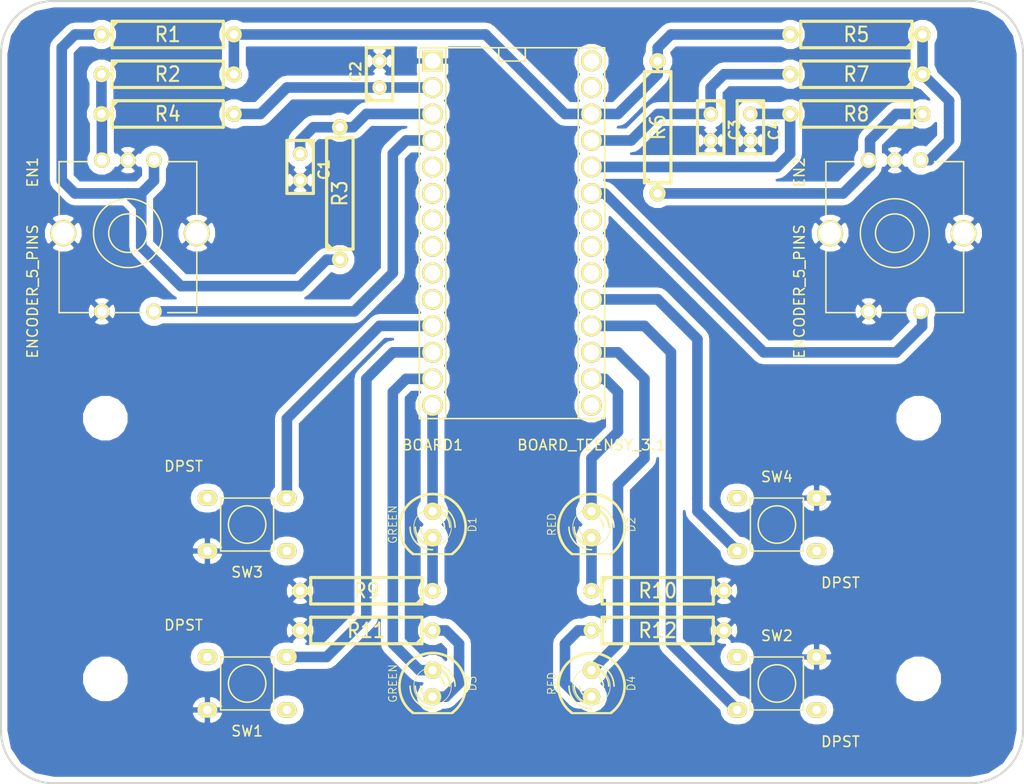
<source format=kicad_pcb>
(kicad_pcb (version 20171130) (host pcbnew "(5.1.12)-1")

  (general
    (thickness 1.6)
    (drawings 17)
    (tracks 117)
    (zones 0)
    (modules 31)
    (nets 25)
  )

  (page A4)
  (title_block
    (title Etch-a-sketch)
    (rev 0.1)
    (company BQ)
    (comment 1 "David Estévez")
  )

  (layers
    (0 F.Cu signal)
    (31 B.Cu signal)
    (32 B.Adhes user hide)
    (33 F.Adhes user hide)
    (34 B.Paste user hide)
    (35 F.Paste user hide)
    (36 B.SilkS user hide)
    (37 F.SilkS user hide)
    (38 B.Mask user hide)
    (39 F.Mask user hide)
    (40 Dwgs.User user hide)
    (41 Cmts.User user hide)
    (42 Eco1.User user hide)
    (43 Eco2.User user hide)
    (44 Edge.Cuts user)
  )

  (setup
    (last_trace_width 1.016)
    (trace_clearance 0.635)
    (zone_clearance 0.508)
    (zone_45_only no)
    (trace_min 0.254)
    (via_size 0.889)
    (via_drill 0.635)
    (via_min_size 0.889)
    (via_min_drill 0.508)
    (uvia_size 0.508)
    (uvia_drill 0.127)
    (uvias_allowed no)
    (uvia_min_size 0.508)
    (uvia_min_drill 0.127)
    (edge_width 0.15)
    (segment_width 0.2)
    (pcb_text_width 0.3)
    (pcb_text_size 1 1)
    (mod_edge_width 0.15)
    (mod_text_size 1 1)
    (mod_text_width 0.15)
    (pad_size 3 3)
    (pad_drill 3)
    (pad_to_mask_clearance 0)
    (aux_axis_origin 0 0)
    (visible_elements 7FFFFFFF)
    (pcbplotparams
      (layerselection 0x00030_ffffffff)
      (usegerberextensions false)
      (usegerberattributes true)
      (usegerberadvancedattributes true)
      (creategerberjobfile true)
      (excludeedgelayer true)
      (linewidth 0.150000)
      (plotframeref false)
      (viasonmask false)
      (mode 1)
      (useauxorigin false)
      (hpglpennumber 1)
      (hpglpenspeed 20)
      (hpglpendiameter 15.000000)
      (psnegative false)
      (psa4output false)
      (plotreference true)
      (plotvalue true)
      (plotinvisibletext false)
      (padsonsilk false)
      (subtractmaskfromsilk false)
      (outputformat 1)
      (mirror false)
      (drillshape 0)
      (scaleselection 1)
      (outputdirectory "gerber/"))
  )

  (net 0 "")
  (net 1 /D0)
  (net 2 /D1)
  (net 3 /D10)
  (net 4 /D11)
  (net 5 /D12)
  (net 6 /D14)
  (net 7 /D15)
  (net 8 /D16)
  (net 9 /D17)
  (net 10 /D2)
  (net 11 /D21)
  (net 12 /D22)
  (net 13 /D23)
  (net 14 /D9)
  (net 15 GND)
  (net 16 N-0000017)
  (net 17 N-0000018)
  (net 18 N-0000019)
  (net 19 N-0000020)
  (net 20 N-0000031)
  (net 21 N-0000036)
  (net 22 N-0000037)
  (net 23 N-0000044)
  (net 24 VCC)

  (net_class Default "This is the default net class."
    (clearance 0.635)
    (trace_width 1.016)
    (via_dia 0.889)
    (via_drill 0.635)
    (uvia_dia 0.508)
    (uvia_drill 0.127)
    (add_net /D0)
    (add_net /D1)
    (add_net /D10)
    (add_net /D11)
    (add_net /D12)
    (add_net /D14)
    (add_net /D15)
    (add_net /D16)
    (add_net /D17)
    (add_net /D2)
    (add_net /D21)
    (add_net /D22)
    (add_net /D23)
    (add_net /D9)
    (add_net GND)
    (add_net N-0000017)
    (add_net N-0000018)
    (add_net N-0000019)
    (add_net N-0000020)
    (add_net N-0000031)
    (add_net N-0000036)
    (add_net N-0000037)
    (add_net N-0000044)
    (add_net VCC)
  )

  (module Switches-Push_switch_THD (layer F.Cu) (tedit 5513EE8F) (tstamp 551538A6)
    (at 175.641 112.141 180)
    (path /5512C03E)
    (fp_text reference SW4 (at 0 4.572 180) (layer F.SilkS)
      (effects (font (size 1 1) (thickness 0.15)))
    )
    (fp_text value DPST (at -6.096 -5.588 180) (layer F.SilkS)
      (effects (font (size 1 1) (thickness 0.15)))
    )
    (fp_circle (center 0 0) (end -1.27 -1.27) (layer F.SilkS) (width 0.15))
    (fp_line (start -2.54 2.54) (end -2.54 -2.54) (layer F.SilkS) (width 0.15))
    (fp_line (start 2.54 2.54) (end -2.54 2.54) (layer F.SilkS) (width 0.15))
    (fp_line (start 2.54 -2.54) (end 2.54 2.54) (layer F.SilkS) (width 0.15))
    (fp_line (start -2.54 -2.54) (end 2.54 -2.54) (layer F.SilkS) (width 0.15))
    (pad 2 thru_hole oval (at -3.81 2.54 180) (size 1.9 1.5) (drill 0.8) (layers *.Cu *.Mask F.SilkS)
      (net 15 GND))
    (pad 1 thru_hole oval (at -3.81 -2.54 180) (size 1.9 1.5) (drill 0.8) (layers *.Cu *.Mask F.SilkS))
    (pad 4 thru_hole oval (at 3.81 2.54 180) (size 1.9 1.5) (drill 0.8) (layers *.Cu *.Mask F.SilkS))
    (pad 3 thru_hole oval (at 3.81 -2.54 180) (size 1.9 1.5) (drill 0.8) (layers *.Cu *.Mask F.SilkS)
      (net 9 /D17))
  )

  (module Switches-Push_switch_THD (layer F.Cu) (tedit 5513EE8F) (tstamp 551538B3)
    (at 124.841 112.141)
    (path /5512C038)
    (fp_text reference SW3 (at 0 4.572) (layer F.SilkS)
      (effects (font (size 1 1) (thickness 0.15)))
    )
    (fp_text value DPST (at -6.096 -5.588) (layer F.SilkS)
      (effects (font (size 1 1) (thickness 0.15)))
    )
    (fp_circle (center 0 0) (end -1.27 -1.27) (layer F.SilkS) (width 0.15))
    (fp_line (start -2.54 2.54) (end -2.54 -2.54) (layer F.SilkS) (width 0.15))
    (fp_line (start 2.54 2.54) (end -2.54 2.54) (layer F.SilkS) (width 0.15))
    (fp_line (start 2.54 -2.54) (end 2.54 2.54) (layer F.SilkS) (width 0.15))
    (fp_line (start -2.54 -2.54) (end 2.54 -2.54) (layer F.SilkS) (width 0.15))
    (pad 2 thru_hole oval (at -3.81 2.54) (size 1.9 1.5) (drill 0.8) (layers *.Cu *.Mask F.SilkS)
      (net 15 GND))
    (pad 1 thru_hole oval (at -3.81 -2.54) (size 1.9 1.5) (drill 0.8) (layers *.Cu *.Mask F.SilkS))
    (pad 4 thru_hole oval (at 3.81 2.54) (size 1.9 1.5) (drill 0.8) (layers *.Cu *.Mask F.SilkS))
    (pad 3 thru_hole oval (at 3.81 -2.54) (size 1.9 1.5) (drill 0.8) (layers *.Cu *.Mask F.SilkS)
      (net 14 /D9))
  )

  (module Switches-Push_switch_THD (layer F.Cu) (tedit 5513EE8F) (tstamp 551538C0)
    (at 175.641 127.381 180)
    (path /5512C032)
    (fp_text reference SW2 (at 0 4.572 180) (layer F.SilkS)
      (effects (font (size 1 1) (thickness 0.15)))
    )
    (fp_text value DPST (at -6.096 -5.588 180) (layer F.SilkS)
      (effects (font (size 1 1) (thickness 0.15)))
    )
    (fp_circle (center 0 0) (end -1.27 -1.27) (layer F.SilkS) (width 0.15))
    (fp_line (start -2.54 2.54) (end -2.54 -2.54) (layer F.SilkS) (width 0.15))
    (fp_line (start 2.54 2.54) (end -2.54 2.54) (layer F.SilkS) (width 0.15))
    (fp_line (start 2.54 -2.54) (end 2.54 2.54) (layer F.SilkS) (width 0.15))
    (fp_line (start -2.54 -2.54) (end 2.54 -2.54) (layer F.SilkS) (width 0.15))
    (pad 2 thru_hole oval (at -3.81 2.54 180) (size 1.9 1.5) (drill 0.8) (layers *.Cu *.Mask F.SilkS)
      (net 15 GND))
    (pad 1 thru_hole oval (at -3.81 -2.54 180) (size 1.9 1.5) (drill 0.8) (layers *.Cu *.Mask F.SilkS))
    (pad 4 thru_hole oval (at 3.81 2.54 180) (size 1.9 1.5) (drill 0.8) (layers *.Cu *.Mask F.SilkS))
    (pad 3 thru_hole oval (at 3.81 -2.54 180) (size 1.9 1.5) (drill 0.8) (layers *.Cu *.Mask F.SilkS)
      (net 8 /D16))
  )

  (module Switches-Push_switch_THD (layer F.Cu) (tedit 5513EE8F) (tstamp 551538CD)
    (at 124.841 127.381)
    (path /5512C025)
    (fp_text reference SW1 (at 0 4.572) (layer F.SilkS)
      (effects (font (size 1 1) (thickness 0.15)))
    )
    (fp_text value DPST (at -6.096 -5.588) (layer F.SilkS)
      (effects (font (size 1 1) (thickness 0.15)))
    )
    (fp_circle (center 0 0) (end -1.27 -1.27) (layer F.SilkS) (width 0.15))
    (fp_line (start -2.54 2.54) (end -2.54 -2.54) (layer F.SilkS) (width 0.15))
    (fp_line (start 2.54 2.54) (end -2.54 2.54) (layer F.SilkS) (width 0.15))
    (fp_line (start 2.54 -2.54) (end 2.54 2.54) (layer F.SilkS) (width 0.15))
    (fp_line (start -2.54 -2.54) (end 2.54 -2.54) (layer F.SilkS) (width 0.15))
    (pad 2 thru_hole oval (at -3.81 2.54) (size 1.9 1.5) (drill 0.8) (layers *.Cu *.Mask F.SilkS)
      (net 15 GND))
    (pad 1 thru_hole oval (at -3.81 -2.54) (size 1.9 1.5) (drill 0.8) (layers *.Cu *.Mask F.SilkS))
    (pad 4 thru_hole oval (at 3.81 2.54) (size 1.9 1.5) (drill 0.8) (layers *.Cu *.Mask F.SilkS))
    (pad 3 thru_hole oval (at 3.81 -2.54) (size 1.9 1.5) (drill 0.8) (layers *.Cu *.Mask F.SilkS)
      (net 3 /D10))
  )

  (module R5 (layer F.Cu) (tedit 200000) (tstamp 551538DA)
    (at 183.261 68.961 180)
    (descr "Resistance 5 pas")
    (tags R)
    (path /5512B647)
    (autoplace_cost180 10)
    (fp_text reference R7 (at 0 0 180) (layer F.SilkS)
      (effects (font (size 1.397 1.27) (thickness 0.2032)))
    )
    (fp_text value R (at 0 0 180) (layer F.SilkS) hide
      (effects (font (size 1.397 1.27) (thickness 0.2032)))
    )
    (fp_line (start -5.334 -0.762) (end -4.826 -1.27) (layer F.SilkS) (width 0.3048))
    (fp_line (start -5.334 -1.27) (end 5.334 -1.27) (layer F.SilkS) (width 0.3048))
    (fp_line (start -5.334 1.27) (end -5.334 -1.27) (layer F.SilkS) (width 0.3048))
    (fp_line (start 5.334 1.27) (end -5.334 1.27) (layer F.SilkS) (width 0.3048))
    (fp_line (start 5.334 -1.27) (end 5.334 1.27) (layer F.SilkS) (width 0.3048))
    (fp_line (start 6.35 0) (end 5.334 0) (layer F.SilkS) (width 0.3048))
    (fp_line (start -6.35 0) (end -5.334 0) (layer F.SilkS) (width 0.3048))
    (pad 1 thru_hole circle (at -6.35 0 180) (size 1.524 1.524) (drill 0.8128) (layers *.Cu *.Mask F.SilkS)
      (net 20 N-0000031))
    (pad 2 thru_hole circle (at 6.35 0 180) (size 1.524 1.524) (drill 0.8128) (layers *.Cu *.Mask F.SilkS)
      (net 13 /D23))
    (model discret/resistor.wrl
      (at (xyz 0 0 0))
      (scale (xyz 0.5 0.5 0.5))
      (rotate (xyz 0 0 0))
    )
  )

  (module R5 (layer F.Cu) (tedit 200000) (tstamp 551538E7)
    (at 164.211 122.301)
    (descr "Resistance 5 pas")
    (tags R)
    (path /5512B8E7)
    (autoplace_cost180 10)
    (fp_text reference R12 (at 0 0) (layer F.SilkS)
      (effects (font (size 1.397 1.27) (thickness 0.2032)))
    )
    (fp_text value R (at 0 0) (layer F.SilkS) hide
      (effects (font (size 1.397 1.27) (thickness 0.2032)))
    )
    (fp_line (start -5.334 -0.762) (end -4.826 -1.27) (layer F.SilkS) (width 0.3048))
    (fp_line (start -5.334 -1.27) (end 5.334 -1.27) (layer F.SilkS) (width 0.3048))
    (fp_line (start -5.334 1.27) (end -5.334 -1.27) (layer F.SilkS) (width 0.3048))
    (fp_line (start 5.334 1.27) (end -5.334 1.27) (layer F.SilkS) (width 0.3048))
    (fp_line (start 5.334 -1.27) (end 5.334 1.27) (layer F.SilkS) (width 0.3048))
    (fp_line (start 6.35 0) (end 5.334 0) (layer F.SilkS) (width 0.3048))
    (fp_line (start -6.35 0) (end -5.334 0) (layer F.SilkS) (width 0.3048))
    (pad 1 thru_hole circle (at -6.35 0) (size 1.524 1.524) (drill 0.8128) (layers *.Cu *.Mask F.SilkS)
      (net 17 N-0000018))
    (pad 2 thru_hole circle (at 6.35 0) (size 1.524 1.524) (drill 0.8128) (layers *.Cu *.Mask F.SilkS)
      (net 15 GND))
    (model discret/resistor.wrl
      (at (xyz 0 0 0))
      (scale (xyz 0.5 0.5 0.5))
      (rotate (xyz 0 0 0))
    )
  )

  (module R5 (layer F.Cu) (tedit 200000) (tstamp 551538F4)
    (at 136.271 122.301 180)
    (descr "Resistance 5 pas")
    (tags R)
    (path /5512B8DA)
    (autoplace_cost180 10)
    (fp_text reference R11 (at 0 0 180) (layer F.SilkS)
      (effects (font (size 1.397 1.27) (thickness 0.2032)))
    )
    (fp_text value R (at 0 0 180) (layer F.SilkS) hide
      (effects (font (size 1.397 1.27) (thickness 0.2032)))
    )
    (fp_line (start -5.334 -0.762) (end -4.826 -1.27) (layer F.SilkS) (width 0.3048))
    (fp_line (start -5.334 -1.27) (end 5.334 -1.27) (layer F.SilkS) (width 0.3048))
    (fp_line (start -5.334 1.27) (end -5.334 -1.27) (layer F.SilkS) (width 0.3048))
    (fp_line (start 5.334 1.27) (end -5.334 1.27) (layer F.SilkS) (width 0.3048))
    (fp_line (start 5.334 -1.27) (end 5.334 1.27) (layer F.SilkS) (width 0.3048))
    (fp_line (start 6.35 0) (end 5.334 0) (layer F.SilkS) (width 0.3048))
    (fp_line (start -6.35 0) (end -5.334 0) (layer F.SilkS) (width 0.3048))
    (pad 1 thru_hole circle (at -6.35 0 180) (size 1.524 1.524) (drill 0.8128) (layers *.Cu *.Mask F.SilkS)
      (net 18 N-0000019))
    (pad 2 thru_hole circle (at 6.35 0 180) (size 1.524 1.524) (drill 0.8128) (layers *.Cu *.Mask F.SilkS)
      (net 15 GND))
    (model discret/resistor.wrl
      (at (xyz 0 0 0))
      (scale (xyz 0.5 0.5 0.5))
      (rotate (xyz 0 0 0))
    )
  )

  (module R5 (layer F.Cu) (tedit 200000) (tstamp 55153901)
    (at 164.211 118.491)
    (descr "Resistance 5 pas")
    (tags R)
    (path /5512B8CD)
    (autoplace_cost180 10)
    (fp_text reference R10 (at 0 0) (layer F.SilkS)
      (effects (font (size 1.397 1.27) (thickness 0.2032)))
    )
    (fp_text value R (at 0 0) (layer F.SilkS) hide
      (effects (font (size 1.397 1.27) (thickness 0.2032)))
    )
    (fp_line (start -5.334 -0.762) (end -4.826 -1.27) (layer F.SilkS) (width 0.3048))
    (fp_line (start -5.334 -1.27) (end 5.334 -1.27) (layer F.SilkS) (width 0.3048))
    (fp_line (start -5.334 1.27) (end -5.334 -1.27) (layer F.SilkS) (width 0.3048))
    (fp_line (start 5.334 1.27) (end -5.334 1.27) (layer F.SilkS) (width 0.3048))
    (fp_line (start 5.334 -1.27) (end 5.334 1.27) (layer F.SilkS) (width 0.3048))
    (fp_line (start 6.35 0) (end 5.334 0) (layer F.SilkS) (width 0.3048))
    (fp_line (start -6.35 0) (end -5.334 0) (layer F.SilkS) (width 0.3048))
    (pad 1 thru_hole circle (at -6.35 0) (size 1.524 1.524) (drill 0.8128) (layers *.Cu *.Mask F.SilkS)
      (net 16 N-0000017))
    (pad 2 thru_hole circle (at 6.35 0) (size 1.524 1.524) (drill 0.8128) (layers *.Cu *.Mask F.SilkS)
      (net 15 GND))
    (model discret/resistor.wrl
      (at (xyz 0 0 0))
      (scale (xyz 0.5 0.5 0.5))
      (rotate (xyz 0 0 0))
    )
  )

  (module R5 (layer F.Cu) (tedit 200000) (tstamp 5515390E)
    (at 136.271 118.491 180)
    (descr "Resistance 5 pas")
    (tags R)
    (path /5512B885)
    (autoplace_cost180 10)
    (fp_text reference R9 (at 0 0 180) (layer F.SilkS)
      (effects (font (size 1.397 1.27) (thickness 0.2032)))
    )
    (fp_text value R (at 0 0 180) (layer F.SilkS) hide
      (effects (font (size 1.397 1.27) (thickness 0.2032)))
    )
    (fp_line (start -5.334 -0.762) (end -4.826 -1.27) (layer F.SilkS) (width 0.3048))
    (fp_line (start -5.334 -1.27) (end 5.334 -1.27) (layer F.SilkS) (width 0.3048))
    (fp_line (start -5.334 1.27) (end -5.334 -1.27) (layer F.SilkS) (width 0.3048))
    (fp_line (start 5.334 1.27) (end -5.334 1.27) (layer F.SilkS) (width 0.3048))
    (fp_line (start 5.334 -1.27) (end 5.334 1.27) (layer F.SilkS) (width 0.3048))
    (fp_line (start 6.35 0) (end 5.334 0) (layer F.SilkS) (width 0.3048))
    (fp_line (start -6.35 0) (end -5.334 0) (layer F.SilkS) (width 0.3048))
    (pad 1 thru_hole circle (at -6.35 0 180) (size 1.524 1.524) (drill 0.8128) (layers *.Cu *.Mask F.SilkS)
      (net 19 N-0000020))
    (pad 2 thru_hole circle (at 6.35 0 180) (size 1.524 1.524) (drill 0.8128) (layers *.Cu *.Mask F.SilkS)
      (net 15 GND))
    (model discret/resistor.wrl
      (at (xyz 0 0 0))
      (scale (xyz 0.5 0.5 0.5))
      (rotate (xyz 0 0 0))
    )
  )

  (module R5 (layer F.Cu) (tedit 200000) (tstamp 5515391B)
    (at 183.261 65.151 180)
    (descr "Resistance 5 pas")
    (tags R)
    (path /5512B64D)
    (autoplace_cost180 10)
    (fp_text reference R5 (at 0 0 180) (layer F.SilkS)
      (effects (font (size 1.397 1.27) (thickness 0.2032)))
    )
    (fp_text value R (at 0 0 180) (layer F.SilkS) hide
      (effects (font (size 1.397 1.27) (thickness 0.2032)))
    )
    (fp_line (start -5.334 -0.762) (end -4.826 -1.27) (layer F.SilkS) (width 0.3048))
    (fp_line (start -5.334 -1.27) (end 5.334 -1.27) (layer F.SilkS) (width 0.3048))
    (fp_line (start -5.334 1.27) (end -5.334 -1.27) (layer F.SilkS) (width 0.3048))
    (fp_line (start 5.334 1.27) (end -5.334 1.27) (layer F.SilkS) (width 0.3048))
    (fp_line (start 5.334 -1.27) (end 5.334 1.27) (layer F.SilkS) (width 0.3048))
    (fp_line (start 6.35 0) (end 5.334 0) (layer F.SilkS) (width 0.3048))
    (fp_line (start -6.35 0) (end -5.334 0) (layer F.SilkS) (width 0.3048))
    (pad 1 thru_hole circle (at -6.35 0 180) (size 1.524 1.524) (drill 0.8128) (layers *.Cu *.Mask F.SilkS)
      (net 20 N-0000031))
    (pad 2 thru_hole circle (at 6.35 0 180) (size 1.524 1.524) (drill 0.8128) (layers *.Cu *.Mask F.SilkS)
      (net 24 VCC))
    (model discret/resistor.wrl
      (at (xyz 0 0 0))
      (scale (xyz 0.5 0.5 0.5))
      (rotate (xyz 0 0 0))
    )
  )

  (module R5 (layer F.Cu) (tedit 200000) (tstamp 55153928)
    (at 164.211 74.041 90)
    (descr "Resistance 5 pas")
    (tags R)
    (path /5512B627)
    (autoplace_cost180 10)
    (fp_text reference R6 (at 0 0 90) (layer F.SilkS)
      (effects (font (size 1.397 1.27) (thickness 0.2032)))
    )
    (fp_text value R (at 0 0 90) (layer F.SilkS) hide
      (effects (font (size 1.397 1.27) (thickness 0.2032)))
    )
    (fp_line (start -5.334 -0.762) (end -4.826 -1.27) (layer F.SilkS) (width 0.3048))
    (fp_line (start -5.334 -1.27) (end 5.334 -1.27) (layer F.SilkS) (width 0.3048))
    (fp_line (start -5.334 1.27) (end -5.334 -1.27) (layer F.SilkS) (width 0.3048))
    (fp_line (start 5.334 1.27) (end -5.334 1.27) (layer F.SilkS) (width 0.3048))
    (fp_line (start 5.334 -1.27) (end 5.334 1.27) (layer F.SilkS) (width 0.3048))
    (fp_line (start 6.35 0) (end 5.334 0) (layer F.SilkS) (width 0.3048))
    (fp_line (start -6.35 0) (end -5.334 0) (layer F.SilkS) (width 0.3048))
    (pad 1 thru_hole circle (at -6.35 0 90) (size 1.524 1.524) (drill 0.8128) (layers *.Cu *.Mask F.SilkS)
      (net 23 N-0000044))
    (pad 2 thru_hole circle (at 6.35 0 90) (size 1.524 1.524) (drill 0.8128) (layers *.Cu *.Mask F.SilkS)
      (net 24 VCC))
    (model discret/resistor.wrl
      (at (xyz 0 0 0))
      (scale (xyz 0.5 0.5 0.5))
      (rotate (xyz 0 0 0))
    )
  )

  (module R5 (layer F.Cu) (tedit 200000) (tstamp 55153935)
    (at 183.261 72.771 180)
    (descr "Resistance 5 pas")
    (tags R)
    (path /5512B621)
    (autoplace_cost180 10)
    (fp_text reference R8 (at 0 0 180) (layer F.SilkS)
      (effects (font (size 1.397 1.27) (thickness 0.2032)))
    )
    (fp_text value R (at 0 0 180) (layer F.SilkS) hide
      (effects (font (size 1.397 1.27) (thickness 0.2032)))
    )
    (fp_line (start -5.334 -0.762) (end -4.826 -1.27) (layer F.SilkS) (width 0.3048))
    (fp_line (start -5.334 -1.27) (end 5.334 -1.27) (layer F.SilkS) (width 0.3048))
    (fp_line (start -5.334 1.27) (end -5.334 -1.27) (layer F.SilkS) (width 0.3048))
    (fp_line (start 5.334 1.27) (end -5.334 1.27) (layer F.SilkS) (width 0.3048))
    (fp_line (start 5.334 -1.27) (end 5.334 1.27) (layer F.SilkS) (width 0.3048))
    (fp_line (start 6.35 0) (end 5.334 0) (layer F.SilkS) (width 0.3048))
    (fp_line (start -6.35 0) (end -5.334 0) (layer F.SilkS) (width 0.3048))
    (pad 1 thru_hole circle (at -6.35 0 180) (size 1.524 1.524) (drill 0.8128) (layers *.Cu *.Mask F.SilkS)
      (net 23 N-0000044))
    (pad 2 thru_hole circle (at 6.35 0 180) (size 1.524 1.524) (drill 0.8128) (layers *.Cu *.Mask F.SilkS)
      (net 12 /D22))
    (model discret/resistor.wrl
      (at (xyz 0 0 0))
      (scale (xyz 0.5 0.5 0.5))
      (rotate (xyz 0 0 0))
    )
  )

  (module R5 (layer F.Cu) (tedit 200000) (tstamp 55153942)
    (at 117.221 65.151)
    (descr "Resistance 5 pas")
    (tags R)
    (path /5512B423)
    (autoplace_cost180 10)
    (fp_text reference R1 (at 0 0) (layer F.SilkS)
      (effects (font (size 1.397 1.27) (thickness 0.2032)))
    )
    (fp_text value R (at 0 0) (layer F.SilkS) hide
      (effects (font (size 1.397 1.27) (thickness 0.2032)))
    )
    (fp_line (start -5.334 -0.762) (end -4.826 -1.27) (layer F.SilkS) (width 0.3048))
    (fp_line (start -5.334 -1.27) (end 5.334 -1.27) (layer F.SilkS) (width 0.3048))
    (fp_line (start -5.334 1.27) (end -5.334 -1.27) (layer F.SilkS) (width 0.3048))
    (fp_line (start 5.334 1.27) (end -5.334 1.27) (layer F.SilkS) (width 0.3048))
    (fp_line (start 5.334 -1.27) (end 5.334 1.27) (layer F.SilkS) (width 0.3048))
    (fp_line (start 6.35 0) (end 5.334 0) (layer F.SilkS) (width 0.3048))
    (fp_line (start -6.35 0) (end -5.334 0) (layer F.SilkS) (width 0.3048))
    (pad 1 thru_hole circle (at -6.35 0) (size 1.524 1.524) (drill 0.8128) (layers *.Cu *.Mask F.SilkS)
      (net 21 N-0000036))
    (pad 2 thru_hole circle (at 6.35 0) (size 1.524 1.524) (drill 0.8128) (layers *.Cu *.Mask F.SilkS)
      (net 24 VCC))
    (model discret/resistor.wrl
      (at (xyz 0 0 0))
      (scale (xyz 0.5 0.5 0.5))
      (rotate (xyz 0 0 0))
    )
  )

  (module R5 (layer F.Cu) (tedit 200000) (tstamp 5515394F)
    (at 133.731 80.391 90)
    (descr "Resistance 5 pas")
    (tags R)
    (path /5512B41D)
    (autoplace_cost180 10)
    (fp_text reference R3 (at 0 0 90) (layer F.SilkS)
      (effects (font (size 1.397 1.27) (thickness 0.2032)))
    )
    (fp_text value R (at 0 0 90) (layer F.SilkS) hide
      (effects (font (size 1.397 1.27) (thickness 0.2032)))
    )
    (fp_line (start -5.334 -0.762) (end -4.826 -1.27) (layer F.SilkS) (width 0.3048))
    (fp_line (start -5.334 -1.27) (end 5.334 -1.27) (layer F.SilkS) (width 0.3048))
    (fp_line (start -5.334 1.27) (end -5.334 -1.27) (layer F.SilkS) (width 0.3048))
    (fp_line (start 5.334 1.27) (end -5.334 1.27) (layer F.SilkS) (width 0.3048))
    (fp_line (start 5.334 -1.27) (end 5.334 1.27) (layer F.SilkS) (width 0.3048))
    (fp_line (start 6.35 0) (end 5.334 0) (layer F.SilkS) (width 0.3048))
    (fp_line (start -6.35 0) (end -5.334 0) (layer F.SilkS) (width 0.3048))
    (pad 1 thru_hole circle (at -6.35 0 90) (size 1.524 1.524) (drill 0.8128) (layers *.Cu *.Mask F.SilkS)
      (net 21 N-0000036))
    (pad 2 thru_hole circle (at 6.35 0 90) (size 1.524 1.524) (drill 0.8128) (layers *.Cu *.Mask F.SilkS)
      (net 2 /D1))
    (model discret/resistor.wrl
      (at (xyz 0 0 0))
      (scale (xyz 0.5 0.5 0.5))
      (rotate (xyz 0 0 0))
    )
  )

  (module R5 (layer F.Cu) (tedit 200000) (tstamp 5515395C)
    (at 117.221 68.961)
    (descr "Resistance 5 pas")
    (tags R)
    (path /5512B35F)
    (autoplace_cost180 10)
    (fp_text reference R2 (at 0 0) (layer F.SilkS)
      (effects (font (size 1.397 1.27) (thickness 0.2032)))
    )
    (fp_text value R (at 0 0) (layer F.SilkS) hide
      (effects (font (size 1.397 1.27) (thickness 0.2032)))
    )
    (fp_line (start -5.334 -0.762) (end -4.826 -1.27) (layer F.SilkS) (width 0.3048))
    (fp_line (start -5.334 -1.27) (end 5.334 -1.27) (layer F.SilkS) (width 0.3048))
    (fp_line (start -5.334 1.27) (end -5.334 -1.27) (layer F.SilkS) (width 0.3048))
    (fp_line (start 5.334 1.27) (end -5.334 1.27) (layer F.SilkS) (width 0.3048))
    (fp_line (start 5.334 -1.27) (end 5.334 1.27) (layer F.SilkS) (width 0.3048))
    (fp_line (start 6.35 0) (end 5.334 0) (layer F.SilkS) (width 0.3048))
    (fp_line (start -6.35 0) (end -5.334 0) (layer F.SilkS) (width 0.3048))
    (pad 1 thru_hole circle (at -6.35 0) (size 1.524 1.524) (drill 0.8128) (layers *.Cu *.Mask F.SilkS)
      (net 22 N-0000037))
    (pad 2 thru_hole circle (at 6.35 0) (size 1.524 1.524) (drill 0.8128) (layers *.Cu *.Mask F.SilkS)
      (net 24 VCC))
    (model discret/resistor.wrl
      (at (xyz 0 0 0))
      (scale (xyz 0.5 0.5 0.5))
      (rotate (xyz 0 0 0))
    )
  )

  (module R5 (layer F.Cu) (tedit 200000) (tstamp 55153969)
    (at 117.221 72.771)
    (descr "Resistance 5 pas")
    (tags R)
    (path /5512B352)
    (autoplace_cost180 10)
    (fp_text reference R4 (at 0 0) (layer F.SilkS)
      (effects (font (size 1.397 1.27) (thickness 0.2032)))
    )
    (fp_text value R (at 0 0) (layer F.SilkS) hide
      (effects (font (size 1.397 1.27) (thickness 0.2032)))
    )
    (fp_line (start -5.334 -0.762) (end -4.826 -1.27) (layer F.SilkS) (width 0.3048))
    (fp_line (start -5.334 -1.27) (end 5.334 -1.27) (layer F.SilkS) (width 0.3048))
    (fp_line (start -5.334 1.27) (end -5.334 -1.27) (layer F.SilkS) (width 0.3048))
    (fp_line (start 5.334 1.27) (end -5.334 1.27) (layer F.SilkS) (width 0.3048))
    (fp_line (start 5.334 -1.27) (end 5.334 1.27) (layer F.SilkS) (width 0.3048))
    (fp_line (start 6.35 0) (end 5.334 0) (layer F.SilkS) (width 0.3048))
    (fp_line (start -6.35 0) (end -5.334 0) (layer F.SilkS) (width 0.3048))
    (pad 1 thru_hole circle (at -6.35 0) (size 1.524 1.524) (drill 0.8128) (layers *.Cu *.Mask F.SilkS)
      (net 22 N-0000037))
    (pad 2 thru_hole circle (at 6.35 0) (size 1.524 1.524) (drill 0.8128) (layers *.Cu *.Mask F.SilkS)
      (net 1 /D0))
    (model discret/resistor.wrl
      (at (xyz 0 0 0))
      (scale (xyz 0.5 0.5 0.5))
      (rotate (xyz 0 0 0))
    )
  )

  (module LED-5MM (layer F.Cu) (tedit 50ADE86B) (tstamp 551539A4)
    (at 142.621 112.141 270)
    (descr "LED 5mm - Lead pitch 100mil (2,54mm)")
    (tags "LED led 5mm 5MM 100mil 2,54mm")
    (path /5512B876)
    (fp_text reference D1 (at 0 -3.81 270) (layer F.SilkS)
      (effects (font (size 0.762 0.762) (thickness 0.0889)))
    )
    (fp_text value GREEN (at 0 3.81 270) (layer F.SilkS)
      (effects (font (size 0.762 0.762) (thickness 0.0889)))
    )
    (fp_circle (center 0.254 0) (end -1.016 1.27) (layer F.SilkS) (width 0.0762))
    (fp_line (start 2.8448 1.905) (end 2.8448 -1.905) (layer F.SilkS) (width 0.2032))
    (fp_arc (start 0.254 0) (end 2.794 1.905) (angle 286.2) (layer F.SilkS) (width 0.254))
    (fp_arc (start 0.254 0) (end -0.889 0) (angle 90) (layer F.SilkS) (width 0.1524))
    (fp_arc (start 0.254 0) (end 1.397 0) (angle 90) (layer F.SilkS) (width 0.1524))
    (fp_arc (start 0.254 0) (end -1.397 0) (angle 90) (layer F.SilkS) (width 0.1524))
    (fp_arc (start 0.254 0) (end 1.905 0) (angle 90) (layer F.SilkS) (width 0.1524))
    (fp_arc (start 0.254 0) (end -1.905 0) (angle 90) (layer F.SilkS) (width 0.1524))
    (fp_arc (start 0.254 0) (end 2.413 0) (angle 90) (layer F.SilkS) (width 0.1524))
    (pad 1 thru_hole circle (at -1.27 0 270) (size 1.6764 1.6764) (drill 0.8128) (layers *.Cu *.Mask F.SilkS)
      (net 5 /D12))
    (pad 2 thru_hole circle (at 1.27 0 270) (size 1.6764 1.6764) (drill 0.8128) (layers *.Cu *.Mask F.SilkS)
      (net 19 N-0000020))
    (model discret/leds/led5_vertical_verde.wrl
      (at (xyz 0 0 0))
      (scale (xyz 1 1 1))
      (rotate (xyz 0 0 0))
    )
  )

  (module LED-5MM (layer F.Cu) (tedit 50ADE86B) (tstamp 551539B3)
    (at 157.861 112.141 270)
    (descr "LED 5mm - Lead pitch 100mil (2,54mm)")
    (tags "LED led 5mm 5MM 100mil 2,54mm")
    (path /5512B8C7)
    (fp_text reference D2 (at 0 -3.81 270) (layer F.SilkS)
      (effects (font (size 0.762 0.762) (thickness 0.0889)))
    )
    (fp_text value RED (at 0 3.81 270) (layer F.SilkS)
      (effects (font (size 0.762 0.762) (thickness 0.0889)))
    )
    (fp_circle (center 0.254 0) (end -1.016 1.27) (layer F.SilkS) (width 0.0762))
    (fp_line (start 2.8448 1.905) (end 2.8448 -1.905) (layer F.SilkS) (width 0.2032))
    (fp_arc (start 0.254 0) (end 2.794 1.905) (angle 286.2) (layer F.SilkS) (width 0.254))
    (fp_arc (start 0.254 0) (end -0.889 0) (angle 90) (layer F.SilkS) (width 0.1524))
    (fp_arc (start 0.254 0) (end 1.397 0) (angle 90) (layer F.SilkS) (width 0.1524))
    (fp_arc (start 0.254 0) (end -1.397 0) (angle 90) (layer F.SilkS) (width 0.1524))
    (fp_arc (start 0.254 0) (end 1.905 0) (angle 90) (layer F.SilkS) (width 0.1524))
    (fp_arc (start 0.254 0) (end -1.905 0) (angle 90) (layer F.SilkS) (width 0.1524))
    (fp_arc (start 0.254 0) (end 2.413 0) (angle 90) (layer F.SilkS) (width 0.1524))
    (pad 1 thru_hole circle (at -1.27 0 270) (size 1.6764 1.6764) (drill 0.8128) (layers *.Cu *.Mask F.SilkS)
      (net 6 /D14))
    (pad 2 thru_hole circle (at 1.27 0 270) (size 1.6764 1.6764) (drill 0.8128) (layers *.Cu *.Mask F.SilkS)
      (net 16 N-0000017))
    (model discret/leds/led5_vertical_verde.wrl
      (at (xyz 0 0 0))
      (scale (xyz 1 1 1))
      (rotate (xyz 0 0 0))
    )
  )

  (module LED-5MM (layer F.Cu) (tedit 50ADE86B) (tstamp 551539C2)
    (at 142.621 127.381 270)
    (descr "LED 5mm - Lead pitch 100mil (2,54mm)")
    (tags "LED led 5mm 5MM 100mil 2,54mm")
    (path /5512B8D4)
    (fp_text reference D3 (at 0 -3.81 270) (layer F.SilkS)
      (effects (font (size 0.762 0.762) (thickness 0.0889)))
    )
    (fp_text value GREEN (at 0 3.81 270) (layer F.SilkS)
      (effects (font (size 0.762 0.762) (thickness 0.0889)))
    )
    (fp_circle (center 0.254 0) (end -1.016 1.27) (layer F.SilkS) (width 0.0762))
    (fp_line (start 2.8448 1.905) (end 2.8448 -1.905) (layer F.SilkS) (width 0.2032))
    (fp_arc (start 0.254 0) (end 2.794 1.905) (angle 286.2) (layer F.SilkS) (width 0.254))
    (fp_arc (start 0.254 0) (end -0.889 0) (angle 90) (layer F.SilkS) (width 0.1524))
    (fp_arc (start 0.254 0) (end 1.397 0) (angle 90) (layer F.SilkS) (width 0.1524))
    (fp_arc (start 0.254 0) (end -1.397 0) (angle 90) (layer F.SilkS) (width 0.1524))
    (fp_arc (start 0.254 0) (end 1.905 0) (angle 90) (layer F.SilkS) (width 0.1524))
    (fp_arc (start 0.254 0) (end -1.905 0) (angle 90) (layer F.SilkS) (width 0.1524))
    (fp_arc (start 0.254 0) (end 2.413 0) (angle 90) (layer F.SilkS) (width 0.1524))
    (pad 1 thru_hole circle (at -1.27 0 270) (size 1.6764 1.6764) (drill 0.8128) (layers *.Cu *.Mask F.SilkS)
      (net 4 /D11))
    (pad 2 thru_hole circle (at 1.27 0 270) (size 1.6764 1.6764) (drill 0.8128) (layers *.Cu *.Mask F.SilkS)
      (net 18 N-0000019))
    (model discret/leds/led5_vertical_verde.wrl
      (at (xyz 0 0 0))
      (scale (xyz 1 1 1))
      (rotate (xyz 0 0 0))
    )
  )

  (module LED-5MM (layer F.Cu) (tedit 50ADE86B) (tstamp 551539D1)
    (at 157.861 127.381 270)
    (descr "LED 5mm - Lead pitch 100mil (2,54mm)")
    (tags "LED led 5mm 5MM 100mil 2,54mm")
    (path /5512B8E1)
    (fp_text reference D4 (at 0 -3.81 270) (layer F.SilkS)
      (effects (font (size 0.762 0.762) (thickness 0.0889)))
    )
    (fp_text value RED (at 0 3.81 270) (layer F.SilkS)
      (effects (font (size 0.762 0.762) (thickness 0.0889)))
    )
    (fp_circle (center 0.254 0) (end -1.016 1.27) (layer F.SilkS) (width 0.0762))
    (fp_line (start 2.8448 1.905) (end 2.8448 -1.905) (layer F.SilkS) (width 0.2032))
    (fp_arc (start 0.254 0) (end 2.794 1.905) (angle 286.2) (layer F.SilkS) (width 0.254))
    (fp_arc (start 0.254 0) (end -0.889 0) (angle 90) (layer F.SilkS) (width 0.1524))
    (fp_arc (start 0.254 0) (end 1.397 0) (angle 90) (layer F.SilkS) (width 0.1524))
    (fp_arc (start 0.254 0) (end -1.397 0) (angle 90) (layer F.SilkS) (width 0.1524))
    (fp_arc (start 0.254 0) (end 1.905 0) (angle 90) (layer F.SilkS) (width 0.1524))
    (fp_arc (start 0.254 0) (end -1.905 0) (angle 90) (layer F.SilkS) (width 0.1524))
    (fp_arc (start 0.254 0) (end 2.413 0) (angle 90) (layer F.SilkS) (width 0.1524))
    (pad 1 thru_hole circle (at -1.27 0 270) (size 1.6764 1.6764) (drill 0.8128) (layers *.Cu *.Mask F.SilkS)
      (net 7 /D15))
    (pad 2 thru_hole circle (at 1.27 0 270) (size 1.6764 1.6764) (drill 0.8128) (layers *.Cu *.Mask F.SilkS)
      (net 17 N-0000018))
    (model discret/leds/led5_vertical_verde.wrl
      (at (xyz 0 0 0))
      (scale (xyz 1 1 1))
      (rotate (xyz 0 0 0))
    )
  )

  (module C1 (layer F.Cu) (tedit 3F92C496) (tstamp 551539DC)
    (at 169.291 74.041 270)
    (descr "Condensateur e = 1 pas")
    (tags C)
    (path /5512B641)
    (fp_text reference C3 (at 0.254 -2.286 270) (layer F.SilkS)
      (effects (font (size 1.016 1.016) (thickness 0.2032)))
    )
    (fp_text value C (at 0 -2.286 270) (layer F.SilkS) hide
      (effects (font (size 1.016 1.016) (thickness 0.2032)))
    )
    (fp_line (start -2.54 -0.635) (end -1.905 -1.27) (layer F.SilkS) (width 0.3048))
    (fp_line (start -2.54 1.27) (end -2.54 -1.27) (layer F.SilkS) (width 0.3048))
    (fp_line (start 2.54 1.27) (end -2.54 1.27) (layer F.SilkS) (width 0.3048))
    (fp_line (start 2.54 -1.27) (end 2.54 1.27) (layer F.SilkS) (width 0.3048))
    (fp_line (start -2.4892 -1.27) (end 2.54 -1.27) (layer F.SilkS) (width 0.3048))
    (pad 1 thru_hole circle (at -1.27 0 270) (size 1.397 1.397) (drill 0.8128) (layers *.Cu *.Mask F.SilkS)
      (net 13 /D23))
    (pad 2 thru_hole circle (at 1.27 0 270) (size 1.397 1.397) (drill 0.8128) (layers *.Cu *.Mask F.SilkS)
      (net 15 GND))
    (model discret/capa_1_pas.wrl
      (at (xyz 0 0 0))
      (scale (xyz 1 1 1))
      (rotate (xyz 0 0 0))
    )
  )

  (module C1 (layer F.Cu) (tedit 3F92C496) (tstamp 551539E7)
    (at 173.101 74.041 270)
    (descr "Condensateur e = 1 pas")
    (tags C)
    (path /5512B61B)
    (fp_text reference C4 (at 0.254 -2.286 270) (layer F.SilkS)
      (effects (font (size 1.016 1.016) (thickness 0.2032)))
    )
    (fp_text value C (at 0 -2.286 270) (layer F.SilkS) hide
      (effects (font (size 1.016 1.016) (thickness 0.2032)))
    )
    (fp_line (start -2.54 -0.635) (end -1.905 -1.27) (layer F.SilkS) (width 0.3048))
    (fp_line (start -2.54 1.27) (end -2.54 -1.27) (layer F.SilkS) (width 0.3048))
    (fp_line (start 2.54 1.27) (end -2.54 1.27) (layer F.SilkS) (width 0.3048))
    (fp_line (start 2.54 -1.27) (end 2.54 1.27) (layer F.SilkS) (width 0.3048))
    (fp_line (start -2.4892 -1.27) (end 2.54 -1.27) (layer F.SilkS) (width 0.3048))
    (pad 1 thru_hole circle (at -1.27 0 270) (size 1.397 1.397) (drill 0.8128) (layers *.Cu *.Mask F.SilkS)
      (net 12 /D22))
    (pad 2 thru_hole circle (at 1.27 0 270) (size 1.397 1.397) (drill 0.8128) (layers *.Cu *.Mask F.SilkS)
      (net 15 GND))
    (model discret/capa_1_pas.wrl
      (at (xyz 0 0 0))
      (scale (xyz 1 1 1))
      (rotate (xyz 0 0 0))
    )
  )

  (module C1 (layer F.Cu) (tedit 3F92C496) (tstamp 551539F2)
    (at 129.921 77.851 270)
    (descr "Condensateur e = 1 pas")
    (tags C)
    (path /5512B417)
    (fp_text reference C1 (at 0.254 -2.286 270) (layer F.SilkS)
      (effects (font (size 1.016 1.016) (thickness 0.2032)))
    )
    (fp_text value C (at 0 -2.286 270) (layer F.SilkS) hide
      (effects (font (size 1.016 1.016) (thickness 0.2032)))
    )
    (fp_line (start -2.54 -0.635) (end -1.905 -1.27) (layer F.SilkS) (width 0.3048))
    (fp_line (start -2.54 1.27) (end -2.54 -1.27) (layer F.SilkS) (width 0.3048))
    (fp_line (start 2.54 1.27) (end -2.54 1.27) (layer F.SilkS) (width 0.3048))
    (fp_line (start 2.54 -1.27) (end 2.54 1.27) (layer F.SilkS) (width 0.3048))
    (fp_line (start -2.4892 -1.27) (end 2.54 -1.27) (layer F.SilkS) (width 0.3048))
    (pad 1 thru_hole circle (at -1.27 0 270) (size 1.397 1.397) (drill 0.8128) (layers *.Cu *.Mask F.SilkS)
      (net 2 /D1))
    (pad 2 thru_hole circle (at 1.27 0 270) (size 1.397 1.397) (drill 0.8128) (layers *.Cu *.Mask F.SilkS)
      (net 15 GND))
    (model discret/capa_1_pas.wrl
      (at (xyz 0 0 0))
      (scale (xyz 1 1 1))
      (rotate (xyz 0 0 0))
    )
  )

  (module C1 (layer F.Cu) (tedit 3F92C496) (tstamp 551539FD)
    (at 137.541 68.961 90)
    (descr "Condensateur e = 1 pas")
    (tags C)
    (path /5512B343)
    (fp_text reference C2 (at 0.254 -2.286 90) (layer F.SilkS)
      (effects (font (size 1.016 1.016) (thickness 0.2032)))
    )
    (fp_text value C (at 0 -2.286 90) (layer F.SilkS) hide
      (effects (font (size 1.016 1.016) (thickness 0.2032)))
    )
    (fp_line (start -2.54 -0.635) (end -1.905 -1.27) (layer F.SilkS) (width 0.3048))
    (fp_line (start -2.54 1.27) (end -2.54 -1.27) (layer F.SilkS) (width 0.3048))
    (fp_line (start 2.54 1.27) (end -2.54 1.27) (layer F.SilkS) (width 0.3048))
    (fp_line (start 2.54 -1.27) (end 2.54 1.27) (layer F.SilkS) (width 0.3048))
    (fp_line (start -2.4892 -1.27) (end 2.54 -1.27) (layer F.SilkS) (width 0.3048))
    (pad 1 thru_hole circle (at -1.27 0 90) (size 1.397 1.397) (drill 0.8128) (layers *.Cu *.Mask F.SilkS)
      (net 1 /D0))
    (pad 2 thru_hole circle (at 1.27 0 90) (size 1.397 1.397) (drill 0.8128) (layers *.Cu *.Mask F.SilkS)
      (net 15 GND))
    (model discret/capa_1_pas.wrl
      (at (xyz 0 0 0))
      (scale (xyz 1 1 1))
      (rotate (xyz 0 0 0))
    )
  )

  (module Board_Teensy_3_1 (layer F.Cu) (tedit 5509AE9B) (tstamp 55153A2A)
    (at 150.241 85.471)
    (path /5512B2E9)
    (fp_text reference BOARD1 (at -7.62 19.05) (layer F.SilkS)
      (effects (font (size 1 1) (thickness 0.15)))
    )
    (fp_text value BOARD_TEENSY_3.1 (at 7.62 19.05) (layer F.SilkS)
      (effects (font (size 1 1) (thickness 0.15)))
    )
    (fp_line (start -6.35 -19.05) (end -8.89 -19.05) (layer F.SilkS) (width 0.15))
    (fp_line (start -6.35 16.51) (end -6.35 -19.05) (layer F.SilkS) (width 0.15))
    (fp_line (start -8.89 16.51) (end -6.35 16.51) (layer F.SilkS) (width 0.15))
    (fp_line (start -8.89 -19.05) (end -8.89 16.51) (layer F.SilkS) (width 0.15))
    (fp_line (start 8.89 -19.05) (end 6.35 -19.05) (layer F.SilkS) (width 0.15))
    (fp_line (start 8.89 16.51) (end 8.89 -19.05) (layer F.SilkS) (width 0.15))
    (fp_line (start 6.35 16.51) (end 8.89 16.51) (layer F.SilkS) (width 0.15))
    (fp_line (start 6.35 -19.05) (end 6.35 16.51) (layer F.SilkS) (width 0.15))
    (fp_line (start -6.35 16.51) (end 6.35 16.51) (layer F.SilkS) (width 0.15))
    (fp_line (start -6.35 -19.05) (end 6.35 -19.05) (layer F.SilkS) (width 0.15))
    (fp_line (start 1.27 -17.78) (end 1.27 -19.05) (layer F.SilkS) (width 0.15))
    (fp_line (start -1.27 -17.78) (end 1.27 -17.78) (layer F.SilkS) (width 0.15))
    (fp_line (start -1.27 -19.05) (end -1.27 -17.78) (layer F.SilkS) (width 0.15))
    (pad 1 thru_hole rect (at -7.62 -17.78) (size 2 2) (drill 1.5) (layers *.Cu *.Mask F.SilkS)
      (net 15 GND))
    (pad 2 thru_hole circle (at -7.62 -15.24) (size 2 2) (drill 1.5) (layers *.Cu *.Mask F.SilkS)
      (net 1 /D0))
    (pad 3 thru_hole circle (at -7.62 -12.7) (size 2 2) (drill 1.5) (layers *.Cu *.Mask F.SilkS)
      (net 2 /D1))
    (pad 4 thru_hole circle (at -7.62 -10.16) (size 2 2) (drill 1.5) (layers *.Cu *.Mask F.SilkS)
      (net 10 /D2))
    (pad 5 thru_hole circle (at -7.62 -7.62) (size 2 2) (drill 1.5) (layers *.Cu *.Mask F.SilkS))
    (pad 6 thru_hole circle (at -7.62 -5.08) (size 2 2) (drill 1.5) (layers *.Cu *.Mask F.SilkS))
    (pad 7 thru_hole circle (at -7.62 -2.54) (size 2 2) (drill 1.5) (layers *.Cu *.Mask F.SilkS))
    (pad 8 thru_hole circle (at -7.62 0) (size 2 2) (drill 1.5) (layers *.Cu *.Mask F.SilkS))
    (pad 9 thru_hole circle (at -7.62 2.54) (size 2 2) (drill 1.5) (layers *.Cu *.Mask F.SilkS))
    (pad 10 thru_hole circle (at -7.62 5.08) (size 2 2) (drill 1.5) (layers *.Cu *.Mask F.SilkS))
    (pad 11 thru_hole circle (at -7.62 7.62) (size 2 2) (drill 1.5) (layers *.Cu *.Mask F.SilkS)
      (net 14 /D9))
    (pad 12 thru_hole circle (at -7.62 10.16) (size 2 2) (drill 1.5) (layers *.Cu *.Mask F.SilkS)
      (net 3 /D10))
    (pad 13 thru_hole circle (at -7.62 12.7) (size 2 2) (drill 1.5) (layers *.Cu *.Mask F.SilkS)
      (net 4 /D11))
    (pad 14 thru_hole circle (at -7.62 15.24) (size 2 2) (drill 1.5) (layers *.Cu *.Mask F.SilkS)
      (net 5 /D12))
    (pad 15 thru_hole circle (at 7.62 15.24) (size 2 2) (drill 1.5) (layers *.Cu *.Mask F.SilkS))
    (pad 16 thru_hole circle (at 7.62 12.7) (size 2 2) (drill 1.5) (layers *.Cu *.Mask F.SilkS)
      (net 6 /D14))
    (pad 17 thru_hole circle (at 7.62 10.16) (size 2 2) (drill 1.5) (layers *.Cu *.Mask F.SilkS)
      (net 7 /D15))
    (pad 18 thru_hole circle (at 7.62 7.62) (size 2 2) (drill 1.5) (layers *.Cu *.Mask F.SilkS)
      (net 8 /D16))
    (pad 19 thru_hole circle (at 7.62 5.08) (size 2 2) (drill 1.5) (layers *.Cu *.Mask F.SilkS)
      (net 9 /D17))
    (pad 20 thru_hole circle (at 7.62 2.54) (size 2 2) (drill 1.5) (layers *.Cu *.Mask F.SilkS))
    (pad 21 thru_hole circle (at 7.62 0) (size 2 2) (drill 1.5) (layers *.Cu *.Mask F.SilkS))
    (pad 22 thru_hole circle (at 7.62 -2.54) (size 2 2) (drill 1.5) (layers *.Cu *.Mask F.SilkS))
    (pad 23 thru_hole circle (at 7.62 -5.08) (size 2 2) (drill 1.5) (layers *.Cu *.Mask F.SilkS)
      (net 11 /D21))
    (pad 24 thru_hole circle (at 7.62 -7.62) (size 2 2) (drill 1.5) (layers *.Cu *.Mask F.SilkS)
      (net 12 /D22))
    (pad 25 thru_hole circle (at 7.62 -10.16) (size 2 2) (drill 1.5) (layers *.Cu *.Mask F.SilkS)
      (net 13 /D23))
    (pad 26 thru_hole circle (at 7.62 -12.7) (size 2 2) (drill 1.5) (layers *.Cu *.Mask F.SilkS)
      (net 24 VCC))
    (pad 27 thru_hole circle (at 7.62 -15.24) (size 2 2) (drill 1.5) (layers *.Cu *.Mask F.SilkS))
    (pad 28 thru_hole circle (at 7.62 -17.78) (size 2 2) (drill 1.5) (layers *.Cu *.Mask F.SilkS))
  )

  (module Mechanical_drill_3mm (layer F.Cu) (tedit 55191EF6) (tstamp 55192081)
    (at 107.95 130.81)
    (fp_text reference Mechanical_drill_3mm (at 0.635 3.175) (layer F.SilkS) hide
      (effects (font (size 1 1) (thickness 0.15)))
    )
    (fp_text value "" (at 4.445 1.27) (layer F.SilkS) hide
      (effects (font (size 1 1) (thickness 0.15)))
    )
    (pad "" np_thru_hole circle (at 3.291 -3.869) (size 3 3) (drill 3) (layers *.Cu *.Mask))
  )

  (module Mechanical_drill_3mm (layer F.Cu) (tedit 55191FC2) (tstamp 5519208B)
    (at 193.04 130.81)
    (fp_text reference Mechanical_drill_3mm (at 0.635 3.175) (layer F.SilkS) hide
      (effects (font (size 1 1) (thickness 0.15)))
    )
    (fp_text value "" (at 4.445 1.27) (layer F.SilkS) hide
      (effects (font (size 1 1) (thickness 0.15)))
    )
    (pad "" np_thru_hole circle (at -3.799 -3.869) (size 3 3) (drill 3) (layers *.Cu *.Mask))
  )

  (module Mechanical_drill_3mm (layer F.Cu) (tedit 55192021) (tstamp 55192094)
    (at 191.77 102.87)
    (fp_text reference Mechanical_drill_3mm (at 0.635 3.175) (layer F.SilkS) hide
      (effects (font (size 1 1) (thickness 0.15)))
    )
    (fp_text value "" (at 4.445 1.27) (layer F.SilkS) hide
      (effects (font (size 1 1) (thickness 0.15)))
    )
    (pad "" np_thru_hole circle (at -2.529 -0.929) (size 3 3) (drill 3) (layers *.Cu *.Mask))
  )

  (module Mechanical_drill_3mm (layer F.Cu) (tedit 5519201A) (tstamp 5519209D)
    (at 107.95 101.6)
    (fp_text reference Mechanical_drill_3mm (at 0.635 3.175) (layer F.SilkS) hide
      (effects (font (size 1 1) (thickness 0.15)))
    )
    (fp_text value "" (at 4.445 1.27) (layer F.SilkS) hide
      (effects (font (size 1 1) (thickness 0.15)))
    )
    (pad "" np_thru_hole circle (at 3.291 0.341) (size 3 3) (drill 3) (layers *.Cu *.Mask))
  )

  (module Misc_Encoder_5_Pins_w_shield (layer F.Cu) (tedit 551921F4) (tstamp 551927B6)
    (at 113.411 84.201 270)
    (path /55192834)
    (fp_text reference EN1 (at -5.842 9.144 270) (layer F.SilkS)
      (effects (font (size 1 1) (thickness 0.15)))
    )
    (fp_text value ENCODER_5_PINS (at 5.588 9.144 270) (layer F.SilkS)
      (effects (font (size 1 1) (thickness 0.15)))
    )
    (fp_line (start -6.858 -6.604) (end -1.778 -6.604) (layer F.SilkS) (width 0.15))
    (fp_line (start 1.778 -6.604) (end 7.62 -6.604) (layer F.SilkS) (width 0.15))
    (fp_line (start 7.62 6.604) (end 1.778 6.604) (layer F.SilkS) (width 0.15))
    (fp_circle (center 0 0) (end -1.27 -3.048) (layer F.SilkS) (width 0.15))
    (fp_circle (center 0 0) (end -0.508 -1.778) (layer F.SilkS) (width 0.15))
    (fp_line (start -6.858 -6.604) (end -6.858 -3.81) (layer F.SilkS) (width 0.15))
    (fp_line (start -6.858 3.81) (end -6.858 6.604) (layer F.SilkS) (width 0.15))
    (fp_line (start -6.858 6.604) (end -1.778 6.604) (layer F.SilkS) (width 0.15))
    (fp_line (start 7.62 3.81) (end 7.62 6.604) (layer F.SilkS) (width 0.15))
    (fp_line (start 7.62 1.27) (end 7.62 -1.27) (layer F.SilkS) (width 0.15))
    (fp_line (start 7.62 -6.604) (end 7.62 -3.81) (layer F.SilkS) (width 0.15))
    (pad 1 thru_hole circle (at -7 -2.5 270) (size 1.5 1.5) (drill 1) (layers *.Cu *.Mask F.SilkS)
      (net 21 N-0000036))
    (pad 2 thru_hole circle (at -7 0 270) (size 1.5 1.5) (drill 1) (layers *.Cu *.Mask F.SilkS)
      (net 15 GND))
    (pad 3 thru_hole circle (at -7 2.5 270) (size 1.5 1.5) (drill 1) (layers *.Cu *.Mask F.SilkS)
      (net 22 N-0000037))
    (pad 4 thru_hole circle (at 7.5 -2.5 270) (size 1.5 1.5) (drill 1) (layers *.Cu *.Mask F.SilkS)
      (net 10 /D2))
    (pad 5 thru_hole circle (at 7.5 2.5 270) (size 1.5 1.5) (drill 1) (layers *.Cu *.Mask F.SilkS)
      (net 15 GND))
    (pad SHLD thru_hole circle (at 0 -6.6 270) (size 2.5 2.5) (drill 2.1) (layers *.Cu *.Mask F.SilkS)
      (net 15 GND))
    (pad SHLD thru_hole circle (at 0 6.2 270) (size 2.5 2.5) (drill 2.1) (layers *.Cu *.Mask F.SilkS)
      (net 15 GND))
  )

  (module Misc_Encoder_5_Pins_w_shield (layer F.Cu) (tedit 551921F4) (tstamp 551927CC)
    (at 186.944 84.201 270)
    (path /551928D0)
    (fp_text reference EN2 (at -5.842 9.144 270) (layer F.SilkS)
      (effects (font (size 1 1) (thickness 0.15)))
    )
    (fp_text value ENCODER_5_PINS (at 5.588 9.144 270) (layer F.SilkS)
      (effects (font (size 1 1) (thickness 0.15)))
    )
    (fp_line (start -6.858 -6.604) (end -1.778 -6.604) (layer F.SilkS) (width 0.15))
    (fp_line (start 1.778 -6.604) (end 7.62 -6.604) (layer F.SilkS) (width 0.15))
    (fp_line (start 7.62 6.604) (end 1.778 6.604) (layer F.SilkS) (width 0.15))
    (fp_circle (center 0 0) (end -1.27 -3.048) (layer F.SilkS) (width 0.15))
    (fp_circle (center 0 0) (end -0.508 -1.778) (layer F.SilkS) (width 0.15))
    (fp_line (start -6.858 -6.604) (end -6.858 -3.81) (layer F.SilkS) (width 0.15))
    (fp_line (start -6.858 3.81) (end -6.858 6.604) (layer F.SilkS) (width 0.15))
    (fp_line (start -6.858 6.604) (end -1.778 6.604) (layer F.SilkS) (width 0.15))
    (fp_line (start 7.62 3.81) (end 7.62 6.604) (layer F.SilkS) (width 0.15))
    (fp_line (start 7.62 1.27) (end 7.62 -1.27) (layer F.SilkS) (width 0.15))
    (fp_line (start 7.62 -6.604) (end 7.62 -3.81) (layer F.SilkS) (width 0.15))
    (pad 1 thru_hole circle (at -7 -2.5 270) (size 1.5 1.5) (drill 1) (layers *.Cu *.Mask F.SilkS)
      (net 20 N-0000031))
    (pad 2 thru_hole circle (at -7 0 270) (size 1.5 1.5) (drill 1) (layers *.Cu *.Mask F.SilkS)
      (net 15 GND))
    (pad 3 thru_hole circle (at -7 2.5 270) (size 1.5 1.5) (drill 1) (layers *.Cu *.Mask F.SilkS)
      (net 23 N-0000044))
    (pad 4 thru_hole circle (at 7.5 -2.5 270) (size 1.5 1.5) (drill 1) (layers *.Cu *.Mask F.SilkS)
      (net 11 /D21))
    (pad 5 thru_hole circle (at 7.5 2.5 270) (size 1.5 1.5) (drill 1) (layers *.Cu *.Mask F.SilkS)
      (net 15 GND))
    (pad SHLD thru_hole circle (at 0 -6.6 270) (size 2.5 2.5) (drill 2.1) (layers *.Cu *.Mask F.SilkS)
      (net 15 GND))
    (pad SHLD thru_hole circle (at 0 6.2 270) (size 2.5 2.5) (drill 2.1) (layers *.Cu *.Mask F.SilkS)
      (net 15 GND))
  )

  (gr_line (start 150.241 61.941) (end 150.241 136.941) (angle 90) (layer Cmts.User) (width 0.2))
  (gr_line (start 112.741 64.481) (end 112.741 84.481) (angle 90) (layer Cmts.User) (width 0.2))
  (gr_line (start 187.741 61.941) (end 187.741 81.941) (angle 90) (layer Cmts.User) (width 0.2))
  (gr_line (start 101.241 126.941) (end 199.241 126.941) (angle 90) (layer Cmts.User) (width 0.2))
  (gr_line (start 101.241 111.941) (end 199.241 111.941) (angle 90) (layer Cmts.User) (width 0.2))
  (gr_line (start 125.241 111.941) (end 125.241 126.941) (angle 90) (layer Cmts.User) (width 0.2))
  (gr_line (start 142.741 111.941) (end 142.741 126.941) (angle 90) (layer Cmts.User) (width 0.2))
  (gr_line (start 175.241 111.941) (end 175.241 126.941) (angle 90) (layer Cmts.User) (width 0.2))
  (gr_line (start 157.741 111.941) (end 157.741 126.941) (angle 90) (layer Cmts.User) (width 0.2))
  (gr_line (start 106.241 61.941) (end 194.241 61.941) (angle 90) (layer Edge.Cuts) (width 0.2))
  (gr_line (start 199.241 66.941) (end 199.241 131.941) (angle 90) (layer Edge.Cuts) (width 0.2))
  (gr_line (start 194.241 136.941) (end 106.241 136.941) (angle 90) (layer Edge.Cuts) (width 0.2))
  (gr_line (start 101.241 131.941) (end 101.241 66.941) (angle 90) (layer Edge.Cuts) (width 0.2))
  (gr_arc (start 194.241 66.941) (end 194.241 61.941) (angle 90) (layer Edge.Cuts) (width 0.2))
  (gr_arc (start 194.241 131.941) (end 199.241 131.941) (angle 90) (layer Edge.Cuts) (width 0.2))
  (gr_arc (start 106.241 131.941) (end 106.241 136.941) (angle 90) (layer Edge.Cuts) (width 0.2))
  (gr_arc (start 106.241 66.941) (end 101.241 66.941) (angle 90) (layer Edge.Cuts) (width 0.2))

  (segment (start 142.621 70.231) (end 137.541 70.231) (width 1.016) (layer B.Cu) (net 1))
  (segment (start 137.541 70.231) (end 128.651 70.231) (width 1.016) (layer B.Cu) (net 1) (tstamp 55153F3D))
  (segment (start 128.651 70.231) (end 126.111 72.771) (width 1.016) (layer B.Cu) (net 1) (tstamp 55153F3E))
  (segment (start 126.111 72.771) (end 123.571 72.771) (width 1.016) (layer B.Cu) (net 1) (tstamp 55153F3F))
  (segment (start 133.731 74.041) (end 135.001 74.041) (width 1.016) (layer B.Cu) (net 2))
  (segment (start 136.271 72.771) (end 142.621 72.771) (width 1.016) (layer B.Cu) (net 2) (tstamp 55153F49))
  (segment (start 135.001 74.041) (end 136.271 72.771) (width 1.016) (layer B.Cu) (net 2) (tstamp 55153F48))
  (segment (start 129.921 76.581) (end 129.921 75.311) (width 1.016) (layer B.Cu) (net 2))
  (segment (start 131.191 74.041) (end 133.731 74.041) (width 1.016) (layer B.Cu) (net 2) (tstamp 55153F45))
  (segment (start 129.921 75.311) (end 131.191 74.041) (width 1.016) (layer B.Cu) (net 2) (tstamp 55153F44))
  (segment (start 128.651 124.841) (end 132.461 124.841) (width 1.016) (layer B.Cu) (net 3))
  (segment (start 138.811 95.631) (end 142.621 95.631) (width 1.016) (layer B.Cu) (net 3) (tstamp 55153FFE))
  (segment (start 136.271 98.171) (end 138.811 95.631) (width 1.016) (layer B.Cu) (net 3) (tstamp 55153FFD))
  (segment (start 136.271 121.031) (end 136.271 98.171) (width 1.016) (layer B.Cu) (net 3) (tstamp 55153FFA))
  (segment (start 132.461 124.841) (end 136.271 121.031) (width 1.016) (layer B.Cu) (net 3) (tstamp 55153FF9))
  (segment (start 142.621 126.111) (end 141.351 126.111) (width 1.016) (layer B.Cu) (net 4))
  (segment (start 140.081 98.171) (end 142.621 98.171) (width 1.016) (layer B.Cu) (net 4) (tstamp 5515400A))
  (segment (start 138.811 99.441) (end 140.081 98.171) (width 1.016) (layer B.Cu) (net 4) (tstamp 55154009))
  (segment (start 138.811 123.571) (end 138.811 99.441) (width 1.016) (layer B.Cu) (net 4) (tstamp 55154007))
  (segment (start 141.351 126.111) (end 138.811 123.571) (width 1.016) (layer B.Cu) (net 4) (tstamp 55154004))
  (segment (start 142.621 110.871) (end 142.621 100.711) (width 1.016) (layer B.Cu) (net 5))
  (segment (start 157.861 110.871) (end 157.861 105.791) (width 1.016) (layer B.Cu) (net 6))
  (segment (start 159.131 98.171) (end 157.861 98.171) (width 1.016) (layer B.Cu) (net 6) (tstamp 5515402C))
  (segment (start 160.401 99.441) (end 159.131 98.171) (width 1.016) (layer B.Cu) (net 6) (tstamp 5515402A))
  (segment (start 160.401 103.251) (end 160.401 99.441) (width 1.016) (layer B.Cu) (net 6) (tstamp 55154027))
  (segment (start 157.861 105.791) (end 160.401 103.251) (width 1.016) (layer B.Cu) (net 6) (tstamp 55154024))
  (segment (start 157.861 126.111) (end 160.401 123.571) (width 1.016) (layer B.Cu) (net 7))
  (segment (start 160.401 95.631) (end 157.861 95.631) (width 1.016) (layer B.Cu) (net 7) (tstamp 55154037))
  (segment (start 162.941 98.171) (end 160.401 95.631) (width 1.016) (layer B.Cu) (net 7) (tstamp 55154035))
  (segment (start 162.941 105.791) (end 162.941 98.171) (width 1.016) (layer B.Cu) (net 7) (tstamp 55154033))
  (segment (start 160.401 108.331) (end 162.941 105.791) (width 1.016) (layer B.Cu) (net 7) (tstamp 55154031))
  (segment (start 160.401 123.571) (end 160.401 108.331) (width 1.016) (layer B.Cu) (net 7) (tstamp 55154030))
  (segment (start 171.831 129.921) (end 165.481 123.571) (width 1.016) (layer B.Cu) (net 8))
  (segment (start 162.941 93.091) (end 157.861 93.091) (width 1.016) (layer B.Cu) (net 8) (tstamp 55154042))
  (segment (start 165.481 95.631) (end 162.941 93.091) (width 1.016) (layer B.Cu) (net 8) (tstamp 55154040))
  (segment (start 165.481 123.571) (end 165.481 95.631) (width 1.016) (layer B.Cu) (net 8) (tstamp 5515403A))
  (segment (start 171.831 114.681) (end 168.021 110.871) (width 1.016) (layer B.Cu) (net 9))
  (segment (start 168.021 110.871) (end 168.021 109.601) (width 1.016) (layer B.Cu) (net 9) (tstamp 55154056))
  (segment (start 164.211 90.551) (end 157.861 90.551) (width 1.016) (layer B.Cu) (net 9) (tstamp 55154053))
  (segment (start 168.021 109.601) (end 168.021 94.361) (width 1.016) (layer B.Cu) (net 9) (tstamp 55154050))
  (segment (start 168.021 94.361) (end 164.211 90.551) (width 1.016) (layer B.Cu) (net 9) (tstamp 55154052))
  (segment (start 115.911 91.701) (end 135.121 91.701) (width 1.016) (layer B.Cu) (net 10))
  (segment (start 140.081 75.311) (end 142.621 75.311) (width 1.016) (layer B.Cu) (net 10) (tstamp 55153F5F))
  (segment (start 138.811 76.581) (end 140.081 75.311) (width 1.016) (layer B.Cu) (net 10) (tstamp 55153F5E))
  (segment (start 138.811 88.011) (end 138.811 76.581) (width 1.016) (layer B.Cu) (net 10) (tstamp 55153F5D))
  (segment (start 135.121 91.701) (end 138.811 88.011) (width 1.016) (layer B.Cu) (net 10) (tstamp 55153F59))
  (segment (start 189.571 91.701) (end 189.571 93.131) (width 1.016) (layer B.Cu) (net 11))
  (segment (start 159.131 80.391) (end 157.861 80.391) (width 1.016) (layer B.Cu) (net 11) (tstamp 5515418B))
  (segment (start 174.371 95.631) (end 159.131 80.391) (width 1.016) (layer B.Cu) (net 11) (tstamp 55154189))
  (segment (start 187.071 95.631) (end 174.371 95.631) (width 1.016) (layer B.Cu) (net 11) (tstamp 55154188))
  (segment (start 189.571 93.131) (end 187.071 95.631) (width 1.016) (layer B.Cu) (net 11) (tstamp 55154187))
  (segment (start 157.861 77.851) (end 175.641 77.851) (width 1.016) (layer B.Cu) (net 12))
  (segment (start 176.911 76.581) (end 176.911 72.771) (width 1.016) (layer B.Cu) (net 12) (tstamp 5515418F))
  (segment (start 175.641 77.851) (end 176.911 76.581) (width 1.016) (layer B.Cu) (net 12) (tstamp 5515418E))
  (segment (start 173.101 72.771) (end 176.911 72.771) (width 1.016) (layer B.Cu) (net 12))
  (segment (start 169.291 72.771) (end 164.211 72.771) (width 1.016) (layer B.Cu) (net 13))
  (segment (start 161.671 75.311) (end 157.861 75.311) (width 1.016) (layer B.Cu) (net 13) (tstamp 55154176))
  (segment (start 164.211 72.771) (end 161.671 75.311) (width 1.016) (layer B.Cu) (net 13) (tstamp 55154175))
  (segment (start 176.911 68.961) (end 170.561 68.961) (width 1.016) (layer B.Cu) (net 13))
  (segment (start 169.291 70.231) (end 169.291 72.771) (width 1.016) (layer B.Cu) (net 13) (tstamp 55154172))
  (segment (start 170.561 68.961) (end 169.291 70.231) (width 1.016) (layer B.Cu) (net 13) (tstamp 55154171))
  (segment (start 142.621 93.091) (end 137.541 93.091) (width 1.016) (layer B.Cu) (net 14))
  (segment (start 128.651 101.981) (end 128.651 109.601) (width 1.016) (layer B.Cu) (net 14) (tstamp 55153FF2))
  (segment (start 137.541 93.091) (end 128.651 101.981) (width 1.016) (layer B.Cu) (net 14) (tstamp 55153FF1))
  (segment (start 157.861 118.491) (end 157.861 113.411) (width 1.016) (layer B.Cu) (net 16))
  (segment (start 157.861 128.651) (end 156.591 128.651) (width 1.016) (layer B.Cu) (net 17))
  (segment (start 156.591 122.301) (end 157.861 122.301) (width 1.016) (layer B.Cu) (net 17) (tstamp 5515401D))
  (segment (start 155.321 123.571) (end 156.591 122.301) (width 1.016) (layer B.Cu) (net 17) (tstamp 5515401C))
  (segment (start 155.321 127.381) (end 155.321 123.571) (width 1.016) (layer B.Cu) (net 17) (tstamp 5515401B))
  (segment (start 156.591 128.651) (end 155.321 127.381) (width 1.016) (layer B.Cu) (net 17) (tstamp 5515401A))
  (segment (start 142.621 122.301) (end 143.891 122.301) (width 1.016) (layer B.Cu) (net 18))
  (segment (start 145.161 123.571) (end 145.161 124.841) (width 1.016) (layer B.Cu) (net 18) (tstamp 55154017))
  (segment (start 143.891 122.301) (end 145.161 123.571) (width 1.016) (layer B.Cu) (net 18) (tstamp 55154016))
  (segment (start 142.621 128.651) (end 143.891 128.651) (width 1.016) (layer B.Cu) (net 18))
  (segment (start 145.161 127.381) (end 145.161 124.841) (width 1.016) (layer B.Cu) (net 18) (tstamp 55154012))
  (segment (start 143.891 128.651) (end 145.161 127.381) (width 1.016) (layer B.Cu) (net 18) (tstamp 55154011))
  (segment (start 142.621 113.411) (end 142.621 118.491) (width 1.016) (layer B.Cu) (net 19))
  (segment (start 189.611 68.961) (end 189.611 65.151) (width 1.016) (layer B.Cu) (net 20))
  (segment (start 189.571 77.201) (end 190.261 77.201) (width 1.016) (layer B.Cu) (net 20))
  (segment (start 192.151 71.501) (end 189.611 68.961) (width 1.016) (layer B.Cu) (net 20) (tstamp 5515416C))
  (segment (start 192.151 75.311) (end 192.151 71.501) (width 1.016) (layer B.Cu) (net 20) (tstamp 5515416B))
  (segment (start 190.261 77.201) (end 192.151 75.311) (width 1.016) (layer B.Cu) (net 20) (tstamp 5515416A))
  (segment (start 114.681 81.661) (end 113.411 80.391) (width 1.016) (layer B.Cu) (net 21))
  (segment (start 133.731 86.741) (end 132.461 86.741) (width 1.016) (layer B.Cu) (net 21))
  (segment (start 114.681 85.471) (end 114.681 81.661) (width 1.016) (layer B.Cu) (net 21) (tstamp 55153FB4))
  (segment (start 114.681 81.661) (end 114.681 80.391) (width 1.016) (layer B.Cu) (net 21) (tstamp 55153FB9))
  (segment (start 118.491 89.281) (end 114.681 85.471) (width 1.016) (layer B.Cu) (net 21) (tstamp 55153FB1))
  (segment (start 129.921 89.281) (end 118.491 89.281) (width 1.016) (layer B.Cu) (net 21) (tstamp 55153FB0))
  (segment (start 132.461 86.741) (end 129.921 89.281) (width 1.016) (layer B.Cu) (net 21) (tstamp 55153FAD))
  (segment (start 115.911 77.201) (end 115.911 79.161) (width 1.016) (layer B.Cu) (net 21))
  (segment (start 108.331 65.151) (end 110.871 65.151) (width 1.016) (layer B.Cu) (net 21) (tstamp 55153FA3))
  (segment (start 113.411 80.391) (end 108.331 80.391) (width 1.016) (layer B.Cu) (net 21) (tstamp 55153FBD))
  (segment (start 108.331 80.391) (end 107.061 79.121) (width 1.016) (layer B.Cu) (net 21) (tstamp 55153F9F))
  (segment (start 107.061 79.121) (end 107.061 66.421) (width 1.016) (layer B.Cu) (net 21) (tstamp 55153FA1))
  (segment (start 107.061 66.421) (end 108.331 65.151) (width 1.016) (layer B.Cu) (net 21) (tstamp 55153FA2))
  (segment (start 114.681 80.391) (end 113.411 80.391) (width 1.016) (layer B.Cu) (net 21) (tstamp 55153F9E))
  (segment (start 115.911 79.161) (end 114.681 80.391) (width 1.016) (layer B.Cu) (net 21) (tstamp 55153F9C))
  (segment (start 110.871 68.961) (end 110.871 72.771) (width 1.016) (layer B.Cu) (net 22))
  (segment (start 110.871 72.771) (end 110.911 72.811) (width 1.016) (layer B.Cu) (net 22) (tstamp 55153F69))
  (segment (start 110.911 72.811) (end 110.911 77.201) (width 1.016) (layer B.Cu) (net 22) (tstamp 55153F6A))
  (segment (start 184.571 77.201) (end 184.571 75.271) (width 1.016) (layer B.Cu) (net 23))
  (segment (start 187.071 72.771) (end 189.611 72.771) (width 1.016) (layer B.Cu) (net 23) (tstamp 55154167))
  (segment (start 184.571 75.271) (end 187.071 72.771) (width 1.016) (layer B.Cu) (net 23) (tstamp 55154166))
  (segment (start 164.211 80.391) (end 181.991 80.391) (width 1.016) (layer B.Cu) (net 23) (status 10))
  (segment (start 184.571 77.811) (end 184.571 77.201) (width 1.016) (layer B.Cu) (net 23) (tstamp 551540E3))
  (segment (start 181.991 80.391) (end 184.571 77.811) (width 1.016) (layer B.Cu) (net 23) (tstamp 551540E2))
  (segment (start 123.571 65.151) (end 147.701 65.151) (width 1.016) (layer B.Cu) (net 24))
  (segment (start 164.211 67.691) (end 164.211 66.421) (width 1.016) (layer B.Cu) (net 24))
  (segment (start 165.481 65.151) (end 176.911 65.151) (width 1.016) (layer B.Cu) (net 24) (tstamp 55154180))
  (segment (start 164.211 66.421) (end 165.481 65.151) (width 1.016) (layer B.Cu) (net 24) (tstamp 5515417F))
  (segment (start 157.861 72.771) (end 160.401 72.771) (width 1.016) (layer B.Cu) (net 24))
  (segment (start 164.211 68.961) (end 164.211 67.691) (width 1.016) (layer B.Cu) (net 24) (tstamp 5515417C))
  (segment (start 160.401 72.771) (end 164.211 68.961) (width 1.016) (layer B.Cu) (net 24) (tstamp 5515417B))
  (segment (start 157.861 72.771) (end 155.321 72.771) (width 1.016) (layer B.Cu) (net 24))
  (segment (start 155.321 72.771) (end 148.971 66.421) (width 1.016) (layer B.Cu) (net 24) (tstamp 5515407F))
  (segment (start 148.971 66.421) (end 147.701 65.151) (width 1.016) (layer B.Cu) (net 24) (tstamp 55154080))
  (segment (start 123.571 65.151) (end 123.571 68.961) (width 1.016) (layer B.Cu) (net 24) (tstamp 55154086))

  (zone (net 15) (net_name GND) (layer B.Cu) (tstamp 551541A0) (hatch edge 0.508)
    (connect_pads (clearance 0.508))
    (min_thickness 0.254)
    (fill (arc_segments 16) (thermal_gap 0.508) (thermal_bridge_width 0.508))
    (polygon
      (pts
        (xy 194.183 62.357) (xy 196.215 62.738) (xy 197.231 63.373) (xy 198.12 64.262) (xy 198.628 65.278)
        (xy 198.882 66.675) (xy 198.755 133.096) (xy 198.374 134.366) (xy 197.104 135.763) (xy 195.072 136.652)
        (xy 194.056 136.652) (xy 106.172 136.525) (xy 104.14 136.017) (xy 102.997 135.128) (xy 101.981 133.604)
        (xy 101.6 132.207) (xy 101.6 66.675) (xy 101.981 65.151) (xy 103.124 63.5) (xy 104.521 62.611)
        (xy 105.918 62.23)
      )
    )
    (filled_polygon
      (pts
        (xy 198.506 131.860168) (xy 198.167062 133.571929) (xy 197.249204 134.943008) (xy 195.863902 135.870387) (xy 195.438388 135.954641)
        (xy 195.438388 84.525194) (xy 195.41825 83.775565) (xy 195.170123 83.176533) (xy 194.87732 83.047285) (xy 194.697715 83.22689)
        (xy 194.697715 82.86768) (xy 194.568467 82.574877) (xy 193.868194 82.306612) (xy 193.421 82.318625) (xy 193.421 75.311)
        (xy 193.421 71.501) (xy 193.324327 71.014992) (xy 193.049026 70.602974) (xy 193.049022 70.602971) (xy 191.135236 68.689185)
        (xy 191.135263 68.659188) (xy 190.903737 68.098852) (xy 190.881 68.076075) (xy 190.881 66.036595) (xy 190.90223 66.015403)
        (xy 191.134734 65.455472) (xy 191.135263 64.849188) (xy 190.903737 64.288852) (xy 190.475403 63.85977) (xy 189.915472 63.627266)
        (xy 189.309188 63.626737) (xy 188.748852 63.858263) (xy 188.31977 64.286597) (xy 188.087266 64.846528) (xy 188.086737 65.452812)
        (xy 188.318263 66.013148) (xy 188.341 66.035924) (xy 188.341 68.075404) (xy 188.31977 68.096597) (xy 188.087266 68.656528)
        (xy 188.086737 69.262812) (xy 188.318263 69.823148) (xy 188.746597 70.25223) (xy 189.306528 70.484734) (xy 189.33871 70.484762)
        (xy 190.233109 71.37916) (xy 189.915472 71.247266) (xy 189.309188 71.246737) (xy 188.748852 71.478263) (xy 188.726075 71.501)
        (xy 187.071 71.501) (xy 187.070999 71.501) (xy 186.974326 71.520229) (xy 186.584992 71.597673) (xy 186.172974 71.872974)
        (xy 186.172971 71.872977) (xy 183.672974 74.372974) (xy 183.397673 74.784992) (xy 183.300999 75.271) (xy 183.301 75.271005)
        (xy 183.301 76.20558) (xy 183.162937 76.343403) (xy 182.932264 76.898925) (xy 182.931739 77.500436) (xy 182.976699 77.609249)
        (xy 181.464948 79.121) (xy 175.641005 79.121) (xy 176.127008 79.024327) (xy 176.539026 78.749026) (xy 177.809022 77.479028)
        (xy 177.809025 77.479026) (xy 177.809026 77.479026) (xy 178.084327 77.067008) (xy 178.181 76.581) (xy 178.181 73.656595)
        (xy 178.20223 73.635403) (xy 178.434734 73.075472) (xy 178.435263 72.469188) (xy 178.203737 71.908852) (xy 177.775403 71.47977)
        (xy 177.215472 71.247266) (xy 176.609188 71.246737) (xy 176.048852 71.478263) (xy 176.026075 71.501) (xy 173.850946 71.501)
        (xy 173.392786 71.310755) (xy 172.811763 71.310248) (xy 172.274775 71.532127) (xy 171.863571 71.942614) (xy 171.640755 72.479214)
        (xy 171.640248 73.060237) (xy 171.862127 73.597225) (xy 172.272614 74.008429) (xy 172.500333 74.102986) (xy 172.408072 74.141202)
        (xy 172.346419 74.376814) (xy 173.101 75.131395) (xy 173.855581 74.376814) (xy 173.793928 74.141202) (xy 173.694272 74.106126)
        (xy 173.851891 74.041) (xy 175.641 74.041) (xy 175.641 76.054948) (xy 175.114948 76.581) (xy 174.446924 76.581)
        (xy 174.446924 75.50352) (xy 174.418146 74.973802) (xy 174.270798 74.618072) (xy 174.035186 74.556419) (xy 173.280605 75.311)
        (xy 174.035186 76.065581) (xy 174.270798 76.003928) (xy 174.446924 75.50352) (xy 174.446924 76.581) (xy 173.552018 76.581)
        (xy 173.793928 76.480798) (xy 173.855581 76.245186) (xy 173.101 75.490605) (xy 172.921395 75.67021) (xy 172.921395 75.311)
        (xy 172.166814 74.556419) (xy 171.931202 74.618072) (xy 171.755076 75.11848) (xy 171.783854 75.648198) (xy 171.931202 76.003928)
        (xy 172.166814 76.065581) (xy 172.921395 75.311) (xy 172.921395 75.67021) (xy 172.346419 76.245186) (xy 172.408072 76.480798)
        (xy 172.692765 76.581) (xy 170.636924 76.581) (xy 170.636924 75.50352) (xy 170.608146 74.973802) (xy 170.460798 74.618072)
        (xy 170.225186 74.556419) (xy 169.470605 75.311) (xy 170.225186 76.065581) (xy 170.460798 76.003928) (xy 170.636924 75.50352)
        (xy 170.636924 76.581) (xy 169.742018 76.581) (xy 169.983928 76.480798) (xy 170.045581 76.245186) (xy 169.291 75.490605)
        (xy 169.111395 75.67021) (xy 169.111395 75.311) (xy 168.356814 74.556419) (xy 168.121202 74.618072) (xy 167.945076 75.11848)
        (xy 167.973854 75.648198) (xy 168.121202 76.003928) (xy 168.356814 76.065581) (xy 169.111395 75.311) (xy 169.111395 75.67021)
        (xy 168.536419 76.245186) (xy 168.598072 76.480798) (xy 168.882765 76.581) (xy 161.671005 76.581) (xy 162.157008 76.484327)
        (xy 162.569026 76.209026) (xy 164.737051 74.041) (xy 168.541053 74.041) (xy 168.690333 74.102986) (xy 168.598072 74.141202)
        (xy 168.536419 74.376814) (xy 169.291 75.131395) (xy 170.045581 74.376814) (xy 169.983928 74.141202) (xy 169.884272 74.106126)
        (xy 170.117225 74.009873) (xy 170.528429 73.599386) (xy 170.751245 73.062786) (xy 170.751752 72.481763) (xy 170.561 72.020108)
        (xy 170.561 70.757051) (xy 171.087051 70.231) (xy 176.025404 70.231) (xy 176.046597 70.25223) (xy 176.606528 70.484734)
        (xy 177.212812 70.485263) (xy 177.773148 70.253737) (xy 178.20223 69.825403) (xy 178.434734 69.265472) (xy 178.435263 68.659188)
        (xy 178.203737 68.098852) (xy 177.775403 67.66977) (xy 177.215472 67.437266) (xy 176.609188 67.436737) (xy 176.048852 67.668263)
        (xy 176.026075 67.691) (xy 170.561 67.691) (xy 170.074992 67.787673) (xy 169.662974 68.062974) (xy 169.662971 68.062977)
        (xy 168.392974 69.332974) (xy 168.117673 69.744992) (xy 168.020999 70.231) (xy 168.021 70.231005) (xy 168.021 71.501)
        (xy 164.211 71.501) (xy 163.724992 71.597673) (xy 163.312974 71.872974) (xy 163.312971 71.872977) (xy 161.144948 74.041)
        (xy 160.401005 74.041) (xy 160.887008 73.944327) (xy 161.299026 73.669026) (xy 165.109022 69.859028) (xy 165.109025 69.859026)
        (xy 165.109026 69.859026) (xy 165.384327 69.447008) (xy 165.481 68.961) (xy 165.481 68.576595) (xy 165.50223 68.555403)
        (xy 165.734734 67.995472) (xy 165.735263 67.389188) (xy 165.531648 66.896403) (xy 166.007051 66.421) (xy 176.025404 66.421)
        (xy 176.046597 66.44223) (xy 176.606528 66.674734) (xy 177.212812 66.675263) (xy 177.773148 66.443737) (xy 178.20223 66.015403)
        (xy 178.434734 65.455472) (xy 178.435263 64.849188) (xy 178.203737 64.288852) (xy 177.775403 63.85977) (xy 177.215472 63.627266)
        (xy 176.609188 63.626737) (xy 176.048852 63.858263) (xy 176.026075 63.881) (xy 165.481 63.881) (xy 164.994992 63.977673)
        (xy 164.582974 64.252974) (xy 164.582971 64.252977) (xy 163.312974 65.522974) (xy 163.037673 65.934992) (xy 162.940999 66.421)
        (xy 162.941 66.421005) (xy 162.941 66.805404) (xy 162.91977 66.826597) (xy 162.687266 67.386528) (xy 162.686737 67.992812)
        (xy 162.890351 68.485597) (xy 159.874948 71.501) (xy 159.082886 71.501) (xy 159.082844 71.500957) (xy 159.353879 71.230396)
        (xy 159.622693 70.583021) (xy 159.623305 69.882054) (xy 159.355621 69.234211) (xy 159.082844 68.960957) (xy 159.353879 68.690396)
        (xy 159.622693 68.043021) (xy 159.623305 67.342054) (xy 159.355621 66.694211) (xy 158.860396 66.198121) (xy 158.213021 65.929307)
        (xy 157.512054 65.928695) (xy 156.864211 66.196379) (xy 156.368121 66.691604) (xy 156.099307 67.338979) (xy 156.098695 68.039946)
        (xy 156.366379 68.687789) (xy 156.639155 68.961042) (xy 156.368121 69.231604) (xy 156.099307 69.878979) (xy 156.098695 70.579946)
        (xy 156.366379 71.227789) (xy 156.639113 71.501) (xy 155.847052 71.501) (xy 149.869026 65.522974) (xy 149.869022 65.522971)
        (xy 148.599026 64.252974) (xy 148.187008 63.977673) (xy 147.701 63.880999) (xy 147.700994 63.881) (xy 124.456595 63.881)
        (xy 124.435403 63.85977) (xy 123.875472 63.627266) (xy 123.269188 63.626737) (xy 122.708852 63.858263) (xy 122.27977 64.286597)
        (xy 122.047266 64.846528) (xy 122.046737 65.452812) (xy 122.278263 66.013148) (xy 122.301 66.035924) (xy 122.301 68.075404)
        (xy 122.27977 68.096597) (xy 122.047266 68.656528) (xy 122.046737 69.262812) (xy 122.278263 69.823148) (xy 122.706597 70.25223)
        (xy 123.266528 70.484734) (xy 123.872812 70.485263) (xy 124.433148 70.253737) (xy 124.86223 69.825403) (xy 125.094734 69.265472)
        (xy 125.095263 68.659188) (xy 124.863737 68.098852) (xy 124.841 68.076075) (xy 124.841 66.421) (xy 137.089981 66.421)
        (xy 136.848072 66.521202) (xy 136.786419 66.756814) (xy 137.541 67.511395) (xy 138.295581 66.756814) (xy 138.233928 66.521202)
        (xy 137.949234 66.421) (xy 141.045546 66.421) (xy 140.986111 66.564136) (xy 140.98589 66.816755) (xy 140.986 67.40525)
        (xy 141.14475 67.564) (xy 142.494 67.564) (xy 142.494 67.544) (xy 142.748 67.544) (xy 142.748 67.564)
        (xy 144.09725 67.564) (xy 144.256 67.40525) (xy 144.25611 66.816755) (xy 144.255889 66.564136) (xy 144.196453 66.421)
        (xy 147.174948 66.421) (xy 148.072971 67.319022) (xy 148.072974 67.319026) (xy 154.422974 73.669026) (xy 154.834992 73.944327)
        (xy 155.321 74.041) (xy 156.639113 74.041) (xy 156.639155 74.041042) (xy 156.368121 74.311604) (xy 156.099307 74.958979)
        (xy 156.098695 75.659946) (xy 156.366379 76.307789) (xy 156.639155 76.581042) (xy 156.368121 76.851604) (xy 156.099307 77.498979)
        (xy 156.098695 78.199946) (xy 156.366379 78.847789) (xy 156.639155 79.121042) (xy 156.368121 79.391604) (xy 156.099307 80.038979)
        (xy 156.098695 80.739946) (xy 156.366379 81.387789) (xy 156.639155 81.661042) (xy 156.368121 81.931604) (xy 156.099307 82.578979)
        (xy 156.098695 83.279946) (xy 156.366379 83.927789) (xy 156.639155 84.201042) (xy 156.368121 84.471604) (xy 156.099307 85.118979)
        (xy 156.098695 85.819946) (xy 156.366379 86.467789) (xy 156.639155 86.741042) (xy 156.368121 87.011604) (xy 156.099307 87.658979)
        (xy 156.098695 88.359946) (xy 156.366379 89.007789) (xy 156.639155 89.281042) (xy 156.368121 89.551604) (xy 156.099307 90.198979)
        (xy 156.098695 90.899946) (xy 156.366379 91.547789) (xy 156.639155 91.821042) (xy 156.368121 92.091604) (xy 156.099307 92.738979)
        (xy 156.098695 93.439946) (xy 156.366379 94.087789) (xy 156.639155 94.361042) (xy 156.368121 94.631604) (xy 156.099307 95.278979)
        (xy 156.098695 95.979946) (xy 156.366379 96.627789) (xy 156.639155 96.901042) (xy 156.368121 97.171604) (xy 156.099307 97.818979)
        (xy 156.098695 98.519946) (xy 156.366379 99.167789) (xy 156.639155 99.441042) (xy 156.368121 99.711604) (xy 156.099307 100.358979)
        (xy 156.098695 101.059946) (xy 156.366379 101.707789) (xy 156.861604 102.203879) (xy 157.508979 102.472693) (xy 158.209946 102.473305)
        (xy 158.857789 102.205621) (xy 159.131 101.932886) (xy 159.131 102.724948) (xy 156.962974 104.892974) (xy 156.687673 105.304992)
        (xy 156.590999 105.791) (xy 156.591 105.791005) (xy 156.591 109.877733) (xy 156.505208 109.963376) (xy 156.261079 110.551304)
        (xy 156.260524 111.187903) (xy 156.503626 111.776256) (xy 156.867975 112.141241) (xy 156.505208 112.503376) (xy 156.261079 113.091304)
        (xy 156.260524 113.727903) (xy 156.503626 114.316256) (xy 156.591 114.403782) (xy 156.591 117.605404) (xy 156.56977 117.626597)
        (xy 156.337266 118.186528) (xy 156.336737 118.792812) (xy 156.568263 119.353148) (xy 156.996597 119.78223) (xy 157.556528 120.014734)
        (xy 158.162812 120.015263) (xy 158.723148 119.783737) (xy 159.131 119.376595) (xy 159.131 121.416075) (xy 158.725403 121.00977)
        (xy 158.165472 120.777266) (xy 157.559188 120.776737) (xy 156.998852 121.008263) (xy 156.976075 121.031) (xy 156.591 121.031)
        (xy 156.104992 121.127673) (xy 155.692974 121.402974) (xy 155.692971 121.402977) (xy 154.422974 122.672974) (xy 154.147673 123.084992)
        (xy 154.050999 123.571) (xy 154.051 123.571005) (xy 154.051 127.380994) (xy 154.050999 127.381) (xy 154.147673 127.867008)
        (xy 154.422974 128.279026) (xy 155.692971 129.549022) (xy 155.692974 129.549026) (xy 156.104992 129.824327) (xy 156.591 129.921)
        (xy 156.867733 129.921) (xy 156.953376 130.006792) (xy 157.541304 130.250921) (xy 158.177903 130.251476) (xy 158.766256 130.008374)
        (xy 159.216792 129.558624) (xy 159.460921 128.970696) (xy 159.461476 128.334097) (xy 159.218374 127.745744) (xy 158.854024 127.380758)
        (xy 159.216792 127.018624) (xy 159.460921 126.430696) (xy 159.461028 126.307022) (xy 161.299022 124.469028) (xy 161.299025 124.469026)
        (xy 161.299026 124.469026) (xy 161.574327 124.057008) (xy 161.671 123.571) (xy 161.671 108.857051) (xy 163.839022 106.689028)
        (xy 163.839025 106.689026) (xy 163.839026 106.689026) (xy 164.114327 106.277008) (xy 164.211 105.791) (xy 164.211 123.570994)
        (xy 164.210999 123.571) (xy 164.307673 124.057008) (xy 164.582974 124.469026) (xy 170.098002 129.984054) (xy 170.200554 130.499617)
        (xy 170.528315 130.990145) (xy 171.018843 131.317906) (xy 171.59746 131.433) (xy 172.06454 131.433) (xy 172.643157 131.317906)
        (xy 173.133685 130.990145) (xy 173.461446 130.499617) (xy 173.57654 129.921) (xy 173.57654 124.841) (xy 173.461446 124.262383)
        (xy 173.133685 123.771855) (xy 172.643157 123.444094) (xy 172.06454 123.329) (xy 171.970143 123.329) (xy 171.970143 122.508696)
        (xy 171.970143 118.698696) (xy 171.94236 118.143631) (xy 171.783396 117.759858) (xy 171.541212 117.690393) (xy 171.361607 117.869998)
        (xy 171.361607 117.510788) (xy 171.292142 117.268604) (xy 170.768696 117.081857) (xy 170.213631 117.10964) (xy 169.829858 117.268604)
        (xy 169.760393 117.510788) (xy 170.561 118.311395) (xy 171.361607 117.510788) (xy 171.361607 117.869998) (xy 170.740605 118.491)
        (xy 171.541212 119.291607) (xy 171.783396 119.222142) (xy 171.970143 118.698696) (xy 171.970143 122.508696) (xy 171.94236 121.953631)
        (xy 171.783396 121.569858) (xy 171.541212 121.500393) (xy 171.361607 121.679998) (xy 171.361607 121.320788) (xy 171.361607 119.471212)
        (xy 170.561 118.670605) (xy 170.381395 118.85021) (xy 170.381395 118.491) (xy 169.580788 117.690393) (xy 169.338604 117.759858)
        (xy 169.151857 118.283304) (xy 169.17964 118.838369) (xy 169.338604 119.222142) (xy 169.580788 119.291607) (xy 170.381395 118.491)
        (xy 170.381395 118.85021) (xy 169.760393 119.471212) (xy 169.829858 119.713396) (xy 170.353304 119.900143) (xy 170.908369 119.87236)
        (xy 171.292142 119.713396) (xy 171.361607 119.471212) (xy 171.361607 121.320788) (xy 171.292142 121.078604) (xy 170.768696 120.891857)
        (xy 170.213631 120.91964) (xy 169.829858 121.078604) (xy 169.760393 121.320788) (xy 170.561 122.121395) (xy 171.361607 121.320788)
        (xy 171.361607 121.679998) (xy 170.740605 122.301) (xy 171.541212 123.101607) (xy 171.783396 123.032142) (xy 171.970143 122.508696)
        (xy 171.970143 123.329) (xy 171.59746 123.329) (xy 171.3328 123.381644) (xy 171.361607 123.281212) (xy 170.561 122.480605)
        (xy 170.381395 122.66021) (xy 170.381395 122.301) (xy 169.580788 121.500393) (xy 169.338604 121.569858) (xy 169.151857 122.093304)
        (xy 169.17964 122.648369) (xy 169.338604 123.032142) (xy 169.580788 123.101607) (xy 170.381395 122.301) (xy 170.381395 122.66021)
        (xy 169.760393 123.281212) (xy 169.829858 123.523396) (xy 170.353304 123.710143) (xy 170.642323 123.695676) (xy 170.528315 123.771855)
        (xy 170.200554 124.262383) (xy 170.08546 124.841) (xy 170.200554 125.419617) (xy 170.528315 125.910145) (xy 171.018843 126.237906)
        (xy 171.59746 126.353) (xy 172.06454 126.353) (xy 172.643157 126.237906) (xy 173.133685 125.910145) (xy 173.461446 125.419617)
        (xy 173.57654 124.841) (xy 173.57654 129.921) (xy 173.461446 129.342383) (xy 173.133685 128.851855) (xy 172.643157 128.524094)
        (xy 172.127594 128.421542) (xy 166.751 123.044948) (xy 166.751 110.871005) (xy 166.847673 111.357008) (xy 167.122974 111.769026)
        (xy 170.098002 114.744053) (xy 170.200554 115.259617) (xy 170.528315 115.750145) (xy 171.018843 116.077906) (xy 171.59746 116.193)
        (xy 172.06454 116.193) (xy 172.643157 116.077906) (xy 173.133685 115.750145) (xy 173.461446 115.259617) (xy 173.57654 114.681)
        (xy 173.57654 109.601) (xy 173.461446 109.022383) (xy 173.133685 108.531855) (xy 172.643157 108.204094) (xy 172.06454 108.089)
        (xy 171.59746 108.089) (xy 171.018843 108.204094) (xy 170.528315 108.531855) (xy 170.200554 109.022383) (xy 170.08546 109.601)
        (xy 170.200554 110.179617) (xy 170.528315 110.670145) (xy 171.018843 110.997906) (xy 171.59746 111.113) (xy 172.06454 111.113)
        (xy 172.643157 110.997906) (xy 173.133685 110.670145) (xy 173.461446 110.179617) (xy 173.57654 109.601) (xy 173.57654 114.681)
        (xy 173.461446 114.102383) (xy 173.133685 113.611855) (xy 172.643157 113.284094) (xy 172.127593 113.181542) (xy 169.291 110.344948)
        (xy 169.291 109.601) (xy 169.291 94.361) (xy 169.194327 93.874992) (xy 168.919026 93.462974) (xy 168.919022 93.462971)
        (xy 165.109026 89.652974) (xy 164.697008 89.377673) (xy 164.211 89.280999) (xy 164.210994 89.281) (xy 159.082886 89.281)
        (xy 159.082844 89.280957) (xy 159.353879 89.010396) (xy 159.622693 88.363021) (xy 159.623305 87.662054) (xy 159.355621 87.014211)
        (xy 159.082844 86.740957) (xy 159.353879 86.470396) (xy 159.622693 85.823021) (xy 159.623305 85.122054) (xy 159.355621 84.474211)
        (xy 159.082844 84.200957) (xy 159.353879 83.930396) (xy 159.622693 83.283021) (xy 159.62322 82.679272) (xy 173.472971 96.529022)
        (xy 173.472974 96.529026) (xy 173.884992 96.804327) (xy 174.371 96.901) (xy 187.070994 96.901) (xy 187.071 96.901001)
        (xy 187.071 96.901) (xy 187.557008 96.804327) (xy 187.969026 96.529026) (xy 190.469022 94.029028) (xy 190.469025 94.029026)
        (xy 190.469026 94.029026) (xy 190.744326 93.617009) (xy 190.744327 93.617008) (xy 190.82177 93.227674) (xy 190.841 93.131001)
        (xy 190.840999 93.131) (xy 190.841 93.131) (xy 190.841 92.279389) (xy 190.955736 92.003075) (xy 190.956261 91.401564)
        (xy 190.726558 90.84564) (xy 190.301597 90.419937) (xy 189.746075 90.189264) (xy 189.144564 90.188739) (xy 188.58864 90.418442)
        (xy 188.162937 90.843403) (xy 187.932264 91.398925) (xy 187.931739 92.000436) (xy 188.161442 92.55636) (xy 188.255433 92.650515)
        (xy 187.735912 93.170036) (xy 187.735912 78.172517) (xy 186.944 77.380605) (xy 186.152088 78.172517) (xy 186.220078 78.413458)
        (xy 186.73917 78.598198) (xy 187.289446 78.570228) (xy 187.667922 78.413458) (xy 187.735912 78.172517) (xy 187.735912 93.170036)
        (xy 186.544948 94.361) (xy 185.841198 94.361) (xy 185.841198 91.90583) (xy 185.813228 91.355554) (xy 185.656458 90.977078)
        (xy 185.415517 90.909088) (xy 185.235912 91.088693) (xy 185.235912 90.729483) (xy 185.167922 90.488542) (xy 184.64883 90.303802)
        (xy 184.098554 90.331772) (xy 183.720078 90.488542) (xy 183.652088 90.729483) (xy 184.444 91.521395) (xy 185.235912 90.729483)
        (xy 185.235912 91.088693) (xy 184.623605 91.701) (xy 185.415517 92.492912) (xy 185.656458 92.424922) (xy 185.841198 91.90583)
        (xy 185.841198 94.361) (xy 185.235912 94.361) (xy 185.235912 92.672517) (xy 184.444 91.880605) (xy 184.264395 92.06021)
        (xy 184.264395 91.701) (xy 183.472483 90.909088) (xy 183.231542 90.977078) (xy 183.046802 91.49617) (xy 183.074772 92.046446)
        (xy 183.231542 92.424922) (xy 183.472483 92.492912) (xy 184.264395 91.701) (xy 184.264395 92.06021) (xy 183.652088 92.672517)
        (xy 183.720078 92.913458) (xy 184.23917 93.098198) (xy 184.789446 93.070228) (xy 185.167922 92.913458) (xy 185.235912 92.672517)
        (xy 185.235912 94.361) (xy 182.638388 94.361) (xy 182.638388 84.525194) (xy 182.61825 83.775565) (xy 182.370123 83.176533)
        (xy 182.07732 83.047285) (xy 181.897715 83.22689) (xy 181.897715 82.86768) (xy 181.768467 82.574877) (xy 181.068194 82.306612)
        (xy 180.318565 82.32675) (xy 179.719533 82.574877) (xy 179.590285 82.86768) (xy 180.744 84.021395) (xy 181.897715 82.86768)
        (xy 181.897715 83.22689) (xy 180.923605 84.201) (xy 182.07732 85.354715) (xy 182.370123 85.225467) (xy 182.638388 84.525194)
        (xy 182.638388 94.361) (xy 181.897715 94.361) (xy 181.897715 85.53432) (xy 180.744 84.380605) (xy 180.564395 84.56021)
        (xy 180.564395 84.201) (xy 179.41068 83.047285) (xy 179.117877 83.176533) (xy 178.849612 83.876806) (xy 178.86975 84.626435)
        (xy 179.117877 85.225467) (xy 179.41068 85.354715) (xy 180.564395 84.201) (xy 180.564395 84.56021) (xy 179.590285 85.53432)
        (xy 179.719533 85.827123) (xy 180.419806 86.095388) (xy 181.169435 86.07525) (xy 181.768467 85.827123) (xy 181.897715 85.53432)
        (xy 181.897715 94.361) (xy 174.897051 94.361) (xy 160.029026 79.492974) (xy 159.617008 79.217673) (xy 159.131005 79.121)
        (xy 163.326075 79.121) (xy 162.91977 79.526597) (xy 162.687266 80.086528) (xy 162.686737 80.692812) (xy 162.918263 81.253148)
        (xy 163.346597 81.68223) (xy 163.906528 81.914734) (xy 164.512812 81.915263) (xy 165.073148 81.683737) (xy 165.095924 81.661)
        (xy 181.990994 81.661) (xy 181.991 81.661001) (xy 181.991 81.661) (xy 182.477008 81.564327) (xy 182.889026 81.289026)
        (xy 185.469022 78.709028) (xy 185.469025 78.709026) (xy 185.469026 78.709026) (xy 185.744326 78.297009) (xy 185.744327 78.297008)
        (xy 185.813726 77.948113) (xy 185.972483 77.992912) (xy 186.764395 77.201) (xy 185.972483 76.409088) (xy 185.841 76.44619)
        (xy 185.841 75.797051) (xy 187.597051 74.041) (xy 188.725404 74.041) (xy 188.746597 74.06223) (xy 189.306528 74.294734)
        (xy 189.912812 74.295263) (xy 190.473148 74.063737) (xy 190.881 73.656595) (xy 190.881 74.784948) (xy 189.909022 75.756925)
        (xy 189.746075 75.689264) (xy 189.144564 75.688739) (xy 188.58864 75.918442) (xy 188.162937 76.343403) (xy 188.112572 76.464694)
        (xy 187.915517 76.409088) (xy 187.735912 76.588693) (xy 187.735912 76.229483) (xy 187.667922 75.988542) (xy 187.14883 75.803802)
        (xy 186.598554 75.831772) (xy 186.220078 75.988542) (xy 186.152088 76.229483) (xy 186.944 77.021395) (xy 187.735912 76.229483)
        (xy 187.735912 76.588693) (xy 187.123605 77.201) (xy 187.915517 77.992912) (xy 188.112283 77.937387) (xy 188.161442 78.05636)
        (xy 188.586403 78.482063) (xy 189.141925 78.712736) (xy 189.743436 78.713261) (xy 190.29936 78.483558) (xy 190.324614 78.458347)
        (xy 190.747008 78.374327) (xy 191.159026 78.099026) (xy 193.049022 76.209028) (xy 193.049025 76.209026) (xy 193.049026 76.209026)
        (xy 193.324327 75.797008) (xy 193.421 75.311) (xy 193.421 82.318625) (xy 193.118565 82.32675) (xy 192.519533 82.574877)
        (xy 192.390285 82.86768) (xy 193.544 84.021395) (xy 194.697715 82.86768) (xy 194.697715 83.22689) (xy 193.723605 84.201)
        (xy 194.87732 85.354715) (xy 195.170123 85.225467) (xy 195.438388 84.525194) (xy 195.438388 135.954641) (xy 194.697715 136.101298)
        (xy 194.697715 85.53432) (xy 193.544 84.380605) (xy 193.364395 84.56021) (xy 193.364395 84.201) (xy 192.21068 83.047285)
        (xy 191.917877 83.176533) (xy 191.649612 83.876806) (xy 191.66975 84.626435) (xy 191.917877 85.225467) (xy 192.21068 85.354715)
        (xy 193.364395 84.201) (xy 193.364395 84.56021) (xy 192.390285 85.53432) (xy 192.519533 85.827123) (xy 193.219806 86.095388)
        (xy 193.969435 86.07525) (xy 194.568467 85.827123) (xy 194.697715 85.53432) (xy 194.697715 136.101298) (xy 194.168933 136.206)
        (xy 191.503392 136.206) (xy 191.503392 126.493034) (xy 191.503392 101.493034) (xy 191.159748 100.661354) (xy 190.523993 100.024488)
        (xy 189.692914 99.679394) (xy 188.793034 99.678608) (xy 187.961354 100.022252) (xy 187.324488 100.658007) (xy 186.979394 101.489086)
        (xy 186.978608 102.388966) (xy 187.322252 103.220646) (xy 187.958007 103.857512) (xy 188.789086 104.202606) (xy 189.688966 104.203392)
        (xy 190.520646 103.859748) (xy 191.157512 103.223993) (xy 191.502606 102.392914) (xy 191.503392 101.493034) (xy 191.503392 126.493034)
        (xy 191.159748 125.661354) (xy 190.523993 125.024488) (xy 189.692914 124.679394) (xy 188.793034 124.678608) (xy 187.961354 125.022252)
        (xy 187.324488 125.658007) (xy 186.979394 126.489086) (xy 186.978608 127.388966) (xy 187.322252 128.220646) (xy 187.958007 128.857512)
        (xy 188.789086 129.202606) (xy 189.688966 129.203392) (xy 190.520646 128.859748) (xy 191.157512 128.223993) (xy 191.502606 127.392914)
        (xy 191.503392 126.493034) (xy 191.503392 136.206) (xy 181.19654 136.206) (xy 181.19654 129.921) (xy 181.19654 114.681)
        (xy 181.081446 114.102383) (xy 180.993317 113.970488) (xy 180.993317 109.942185) (xy 180.993317 109.259815) (xy 180.983935 109.205916)
        (xy 180.731279 108.725898) (xy 180.314161 108.379106) (xy 179.796082 108.218337) (xy 179.578 108.371414) (xy 179.578 109.474)
        (xy 180.870655 109.474) (xy 180.993317 109.259815) (xy 180.993317 109.942185) (xy 180.870655 109.728) (xy 179.578 109.728)
        (xy 179.578 110.830586) (xy 179.796082 110.983663) (xy 180.314161 110.822894) (xy 180.731279 110.476102) (xy 180.983935 109.996084)
        (xy 180.993317 109.942185) (xy 180.993317 113.970488) (xy 180.753685 113.611855) (xy 180.263157 113.284094) (xy 179.68454 113.169)
        (xy 179.324 113.169) (xy 179.324 110.830586) (xy 179.324 109.728) (xy 179.324 109.474) (xy 179.324 108.371414)
        (xy 179.105918 108.218337) (xy 178.587839 108.379106) (xy 178.170721 108.725898) (xy 177.918065 109.205916) (xy 177.908683 109.259815)
        (xy 178.031345 109.474) (xy 179.324 109.474) (xy 179.324 109.728) (xy 178.031345 109.728) (xy 177.908683 109.942185)
        (xy 177.918065 109.996084) (xy 178.170721 110.476102) (xy 178.587839 110.822894) (xy 179.105918 110.983663) (xy 179.324 110.830586)
        (xy 179.324 113.169) (xy 179.21746 113.169) (xy 178.638843 113.284094) (xy 178.148315 113.611855) (xy 177.820554 114.102383)
        (xy 177.70546 114.681) (xy 177.820554 115.259617) (xy 178.148315 115.750145) (xy 178.638843 116.077906) (xy 179.21746 116.193)
        (xy 179.68454 116.193) (xy 180.263157 116.077906) (xy 180.753685 115.750145) (xy 181.081446 115.259617) (xy 181.19654 114.681)
        (xy 181.19654 129.921) (xy 181.081446 129.342383) (xy 180.993317 129.210488) (xy 180.993317 125.182185) (xy 180.993317 124.499815)
        (xy 180.983935 124.445916) (xy 180.731279 123.965898) (xy 180.314161 123.619106) (xy 179.796082 123.458337) (xy 179.578 123.611414)
        (xy 179.578 124.714) (xy 180.870655 124.714) (xy 180.993317 124.499815) (xy 180.993317 125.182185) (xy 180.870655 124.968)
        (xy 179.578 124.968) (xy 179.578 126.070586) (xy 179.796082 126.223663) (xy 180.314161 126.062894) (xy 180.731279 125.716102)
        (xy 180.983935 125.236084) (xy 180.993317 125.182185) (xy 180.993317 129.210488) (xy 180.753685 128.851855) (xy 180.263157 128.524094)
        (xy 179.68454 128.409) (xy 179.324 128.409) (xy 179.324 126.070586) (xy 179.324 124.968) (xy 179.324 124.714)
        (xy 179.324 123.611414) (xy 179.105918 123.458337) (xy 178.587839 123.619106) (xy 178.170721 123.965898) (xy 177.918065 124.445916)
        (xy 177.908683 124.499815) (xy 178.031345 124.714) (xy 179.324 124.714) (xy 179.324 124.968) (xy 178.031345 124.968)
        (xy 177.908683 125.182185) (xy 177.918065 125.236084) (xy 178.170721 125.716102) (xy 178.587839 126.062894) (xy 179.105918 126.223663)
        (xy 179.324 126.070586) (xy 179.324 128.409) (xy 179.21746 128.409) (xy 178.638843 128.524094) (xy 178.148315 128.851855)
        (xy 177.820554 129.342383) (xy 177.70546 129.921) (xy 177.820554 130.499617) (xy 178.148315 130.990145) (xy 178.638843 131.317906)
        (xy 179.21746 131.433) (xy 179.68454 131.433) (xy 180.263157 131.317906) (xy 180.753685 130.990145) (xy 181.081446 130.499617)
        (xy 181.19654 129.921) (xy 181.19654 136.206) (xy 146.431 136.206) (xy 146.431 127.381) (xy 146.431 124.841)
        (xy 146.431 123.571) (xy 146.334327 123.084992) (xy 146.059026 122.672974) (xy 146.059022 122.672971) (xy 144.789026 121.402974)
        (xy 144.377008 121.127673) (xy 143.891 121.030999) (xy 143.890994 121.031) (xy 143.506595 121.031) (xy 143.485403 121.00977)
        (xy 142.925472 120.777266) (xy 142.319188 120.776737) (xy 141.758852 121.008263) (xy 141.32977 121.436597) (xy 141.097266 121.996528)
        (xy 141.096737 122.602812) (xy 141.328263 123.163148) (xy 141.756597 123.59223) (xy 142.316528 123.824734) (xy 142.922812 123.825263)
        (xy 143.415596 123.621648) (xy 143.891 124.097051) (xy 143.891 124.841) (xy 143.891 125.118217) (xy 143.528624 124.755208)
        (xy 142.940696 124.511079) (xy 142.304097 124.510524) (xy 141.76806 124.732009) (xy 140.081 123.044948) (xy 140.081 99.967051)
        (xy 140.607051 99.441) (xy 141.399113 99.441) (xy 141.399155 99.441042) (xy 141.128121 99.711604) (xy 140.859307 100.358979)
        (xy 140.858695 101.059946) (xy 141.126379 101.707789) (xy 141.351 101.932802) (xy 141.351 109.877733) (xy 141.265208 109.963376)
        (xy 141.021079 110.551304) (xy 141.020524 111.187903) (xy 141.263626 111.776256) (xy 141.627975 112.141241) (xy 141.265208 112.503376)
        (xy 141.021079 113.091304) (xy 141.020524 113.727903) (xy 141.263626 114.316256) (xy 141.351 114.403782) (xy 141.351 117.605404)
        (xy 141.32977 117.626597) (xy 141.097266 118.186528) (xy 141.096737 118.792812) (xy 141.328263 119.353148) (xy 141.756597 119.78223)
        (xy 142.316528 120.014734) (xy 142.922812 120.015263) (xy 143.483148 119.783737) (xy 143.91223 119.355403) (xy 144.144734 118.795472)
        (xy 144.145263 118.189188) (xy 143.913737 117.628852) (xy 143.891 117.606075) (xy 143.891 114.404266) (xy 143.976792 114.318624)
        (xy 144.220921 113.730696) (xy 144.221476 113.094097) (xy 143.978374 112.505744) (xy 143.614024 112.140758) (xy 143.976792 111.778624)
        (xy 144.220921 111.190696) (xy 144.221476 110.554097) (xy 143.978374 109.965744) (xy 143.891 109.878217) (xy 143.891 101.932886)
        (xy 144.113879 101.710396) (xy 144.382693 101.063021) (xy 144.383305 100.362054) (xy 144.115621 99.714211) (xy 143.842844 99.440957)
        (xy 144.113879 99.170396) (xy 144.382693 98.523021) (xy 144.383305 97.822054) (xy 144.115621 97.174211) (xy 143.842844 96.900957)
        (xy 144.113879 96.630396) (xy 144.382693 95.983021) (xy 144.383305 95.282054) (xy 144.115621 94.634211) (xy 143.842844 94.360957)
        (xy 144.113879 94.090396) (xy 144.382693 93.443021) (xy 144.383305 92.742054) (xy 144.115621 92.094211) (xy 143.842844 91.820957)
        (xy 144.113879 91.550396) (xy 144.382693 90.903021) (xy 144.383305 90.202054) (xy 144.115621 89.554211) (xy 143.842844 89.280957)
        (xy 144.113879 89.010396) (xy 144.382693 88.363021) (xy 144.383305 87.662054) (xy 144.115621 87.014211) (xy 143.842844 86.740957)
        (xy 144.113879 86.470396) (xy 144.382693 85.823021) (xy 144.383305 85.122054) (xy 144.115621 84.474211) (xy 143.842844 84.200957)
        (xy 144.113879 83.930396) (xy 144.382693 83.283021) (xy 144.383305 82.582054) (xy 144.115621 81.934211) (xy 143.842844 81.660957)
        (xy 144.113879 81.390396) (xy 144.382693 80.743021) (xy 144.383305 80.042054) (xy 144.115621 79.394211) (xy 143.842844 79.120957)
        (xy 144.113879 78.850396) (xy 144.382693 78.203021) (xy 144.383305 77.502054) (xy 144.115621 76.854211) (xy 143.842844 76.580957)
        (xy 144.113879 76.310396) (xy 144.382693 75.663021) (xy 144.383305 74.962054) (xy 144.115621 74.314211) (xy 143.842844 74.040957)
        (xy 144.113879 73.770396) (xy 144.382693 73.123021) (xy 144.383305 72.422054) (xy 144.115621 71.774211) (xy 143.842844 71.500957)
        (xy 144.113879 71.230396) (xy 144.382693 70.583021) (xy 144.383305 69.882054) (xy 144.115621 69.234211) (xy 144.045758 69.164225)
        (xy 144.159013 69.051168) (xy 144.255889 68.817864) (xy 144.25611 68.565245) (xy 144.256 67.97675) (xy 144.09725 67.818)
        (xy 142.748 67.818) (xy 142.748 67.838) (xy 142.494 67.838) (xy 142.494 67.818) (xy 141.14475 67.818)
        (xy 140.986 67.97675) (xy 140.98589 68.565245) (xy 140.986111 68.817864) (xy 141.045546 68.961) (xy 138.886924 68.961)
        (xy 138.886924 67.88352) (xy 138.858146 67.353802) (xy 138.710798 66.998072) (xy 138.475186 66.936419) (xy 137.720605 67.691)
        (xy 138.475186 68.445581) (xy 138.710798 68.383928) (xy 138.886924 67.88352) (xy 138.886924 68.961) (xy 138.290946 68.961)
        (xy 138.141666 68.899013) (xy 138.233928 68.860798) (xy 138.295581 68.625186) (xy 137.541 67.870605) (xy 137.361395 68.05021)
        (xy 137.361395 67.691) (xy 136.606814 66.936419) (xy 136.371202 66.998072) (xy 136.195076 67.49848) (xy 136.223854 68.028198)
        (xy 136.371202 68.383928) (xy 136.606814 68.445581) (xy 137.361395 67.691) (xy 137.361395 68.05021) (xy 136.786419 68.625186)
        (xy 136.848072 68.860798) (xy 136.947727 68.895873) (xy 136.790108 68.961) (xy 128.651 68.961) (xy 128.164992 69.057673)
        (xy 127.752974 69.332974) (xy 127.752971 69.332977) (xy 125.584948 71.501) (xy 124.456595 71.501) (xy 124.435403 71.47977)
        (xy 123.875472 71.247266) (xy 123.269188 71.246737) (xy 122.708852 71.478263) (xy 122.27977 71.906597) (xy 122.047266 72.466528)
        (xy 122.046737 73.072812) (xy 122.278263 73.633148) (xy 122.706597 74.06223) (xy 123.266528 74.294734) (xy 123.872812 74.295263)
        (xy 124.433148 74.063737) (xy 124.455924 74.041) (xy 126.110994 74.041) (xy 126.111 74.041001) (xy 126.111 74.041)
        (xy 126.597008 73.944327) (xy 127.009026 73.669026) (xy 129.177051 71.501) (xy 136.271 71.501) (xy 135.784992 71.597673)
        (xy 135.372974 71.872974) (xy 135.372971 71.872977) (xy 134.525291 72.720657) (xy 134.035472 72.517266) (xy 133.429188 72.516737)
        (xy 132.868852 72.748263) (xy 132.846075 72.771) (xy 131.191 72.771) (xy 130.704992 72.867673) (xy 130.292974 73.142974)
        (xy 130.292971 73.142977) (xy 129.022974 74.412974) (xy 128.747673 74.824992) (xy 128.650999 75.311) (xy 128.651 75.311005)
        (xy 128.651 75.831053) (xy 128.460755 76.289214) (xy 128.460248 76.870237) (xy 128.682127 77.407225) (xy 129.092614 77.818429)
        (xy 129.320333 77.912986) (xy 129.228072 77.951202) (xy 129.166419 78.186814) (xy 129.921 78.941395) (xy 130.675581 78.186814)
        (xy 130.613928 77.951202) (xy 130.514272 77.916126) (xy 130.747225 77.819873) (xy 131.158429 77.409386) (xy 131.381245 76.872786)
        (xy 131.381752 76.291763) (xy 131.19303 75.835021) (xy 131.717051 75.311) (xy 132.845404 75.311) (xy 132.866597 75.33223)
        (xy 133.426528 75.564734) (xy 134.032812 75.565263) (xy 134.593148 75.333737) (xy 134.615924 75.311) (xy 135.000994 75.311)
        (xy 135.001 75.311001) (xy 135.001 75.311) (xy 135.487008 75.214327) (xy 135.899026 74.939026) (xy 136.797051 74.041)
        (xy 140.081 74.041) (xy 139.594992 74.137673) (xy 139.182974 74.412974) (xy 139.182971 74.412977) (xy 137.912974 75.682974)
        (xy 137.637673 76.094992) (xy 137.540999 76.581) (xy 137.541 76.581005) (xy 137.541 87.484948) (xy 134.594948 90.431)
        (xy 130.441919 90.431) (xy 130.819026 90.179026) (xy 132.936708 88.061342) (xy 133.426528 88.264734) (xy 134.032812 88.265263)
        (xy 134.593148 88.033737) (xy 135.02223 87.605403) (xy 135.254734 87.045472) (xy 135.255263 86.439188) (xy 135.023737 85.878852)
        (xy 134.595403 85.44977) (xy 134.035472 85.217266) (xy 133.429188 85.216737) (xy 132.868852 85.448263) (xy 132.846075 85.471)
        (xy 132.461 85.471) (xy 131.974992 85.567673) (xy 131.562974 85.842974) (xy 131.562971 85.842977) (xy 131.266924 86.139024)
        (xy 131.266924 79.31352) (xy 131.238146 78.783802) (xy 131.090798 78.428072) (xy 130.855186 78.366419) (xy 130.100605 79.121)
        (xy 130.855186 79.875581) (xy 131.090798 79.813928) (xy 131.266924 79.31352) (xy 131.266924 86.139024) (xy 130.675581 86.730367)
        (xy 130.675581 80.055186) (xy 129.921 79.300605) (xy 129.741395 79.48021) (xy 129.741395 79.121) (xy 128.986814 78.366419)
        (xy 128.751202 78.428072) (xy 128.575076 78.92848) (xy 128.603854 79.458198) (xy 128.751202 79.813928) (xy 128.986814 79.875581)
        (xy 129.741395 79.121) (xy 129.741395 79.48021) (xy 129.166419 80.055186) (xy 129.228072 80.290798) (xy 129.72848 80.466924)
        (xy 130.258198 80.438146) (xy 130.613928 80.290798) (xy 130.675581 80.055186) (xy 130.675581 86.730367) (xy 129.394948 88.011)
        (xy 121.905388 88.011) (xy 121.905388 84.525194) (xy 121.88525 83.775565) (xy 121.637123 83.176533) (xy 121.34432 83.047285)
        (xy 121.164715 83.22689) (xy 121.164715 82.86768) (xy 121.035467 82.574877) (xy 120.335194 82.306612) (xy 119.585565 82.32675)
        (xy 118.986533 82.574877) (xy 118.857285 82.86768) (xy 120.011 84.021395) (xy 121.164715 82.86768) (xy 121.164715 83.22689)
        (xy 120.190605 84.201) (xy 121.34432 85.354715) (xy 121.637123 85.225467) (xy 121.905388 84.525194) (xy 121.905388 88.011)
        (xy 121.164715 88.011) (xy 121.164715 85.53432) (xy 120.011 84.380605) (xy 119.831395 84.56021) (xy 119.831395 84.201)
        (xy 118.67768 83.047285) (xy 118.384877 83.176533) (xy 118.116612 83.876806) (xy 118.13675 84.626435) (xy 118.384877 85.225467)
        (xy 118.67768 85.354715) (xy 119.831395 84.201) (xy 119.831395 84.56021) (xy 118.857285 85.53432) (xy 118.986533 85.827123)
        (xy 119.686806 86.095388) (xy 120.436435 86.07525) (xy 121.035467 85.827123) (xy 121.164715 85.53432) (xy 121.164715 88.011)
        (xy 119.017051 88.011) (xy 115.951 84.944948) (xy 115.951 81.661) (xy 115.951 80.917051) (xy 116.809022 80.059028)
        (xy 116.809025 80.059026) (xy 116.809026 80.059026) (xy 117.084327 79.647008) (xy 117.181 79.161) (xy 117.181 78.06964)
        (xy 117.192063 78.058597) (xy 117.422736 77.503075) (xy 117.423261 76.901564) (xy 117.193558 76.34564) (xy 116.768597 75.919937)
        (xy 116.213075 75.689264) (xy 115.611564 75.688739) (xy 115.05564 75.918442) (xy 114.629937 76.343403) (xy 114.579572 76.464694)
        (xy 114.382517 76.409088) (xy 114.202912 76.588693) (xy 114.202912 76.229483) (xy 114.134922 75.988542) (xy 113.61583 75.803802)
        (xy 113.065554 75.831772) (xy 112.687078 75.988542) (xy 112.619088 76.229483) (xy 113.411 77.021395) (xy 114.202912 76.229483)
        (xy 114.202912 76.588693) (xy 113.590605 77.201) (xy 114.382517 77.992912) (xy 114.579283 77.937387) (xy 114.628442 78.05636)
        (xy 114.641 78.068939) (xy 114.641 78.634948) (xy 114.202912 79.073036) (xy 114.202912 78.172517) (xy 113.411 77.380605)
        (xy 113.231395 77.56021) (xy 113.231395 77.201) (xy 112.439483 76.409088) (xy 112.242716 76.464612) (xy 112.193558 76.34564)
        (xy 112.181 76.33306) (xy 112.181 73.590199) (xy 112.394734 73.075472) (xy 112.395263 72.469188) (xy 112.163737 71.908852)
        (xy 112.141 71.886075) (xy 112.141 69.846595) (xy 112.16223 69.825403) (xy 112.394734 69.265472) (xy 112.395263 68.659188)
        (xy 112.163737 68.098852) (xy 111.735403 67.66977) (xy 111.175472 67.437266) (xy 110.569188 67.436737) (xy 110.008852 67.668263)
        (xy 109.57977 68.096597) (xy 109.347266 68.656528) (xy 109.346737 69.262812) (xy 109.578263 69.823148) (xy 109.601 69.845924)
        (xy 109.601 71.885404) (xy 109.57977 71.906597) (xy 109.347266 72.466528) (xy 109.346737 73.072812) (xy 109.578263 73.633148)
        (xy 109.641 73.695994) (xy 109.641 76.332359) (xy 109.629937 76.343403) (xy 109.399264 76.898925) (xy 109.398739 77.500436)
        (xy 109.628442 78.05636) (xy 110.053403 78.482063) (xy 110.608925 78.712736) (xy 111.210436 78.713261) (xy 111.76636 78.483558)
        (xy 112.192063 78.058597) (xy 112.242427 77.937305) (xy 112.439483 77.992912) (xy 113.231395 77.201) (xy 113.231395 77.56021)
        (xy 112.619088 78.172517) (xy 112.687078 78.413458) (xy 113.20617 78.598198) (xy 113.756446 78.570228) (xy 114.134922 78.413458)
        (xy 114.202912 78.172517) (xy 114.202912 79.073036) (xy 114.154948 79.121) (xy 113.411005 79.121) (xy 113.411 79.120999)
        (xy 113.410994 79.121) (xy 108.857051 79.121) (xy 108.331 78.594948) (xy 108.331 66.947051) (xy 108.857051 66.421)
        (xy 109.985404 66.421) (xy 110.006597 66.44223) (xy 110.566528 66.674734) (xy 111.172812 66.675263) (xy 111.733148 66.443737)
        (xy 112.16223 66.015403) (xy 112.394734 65.455472) (xy 112.395263 64.849188) (xy 112.163737 64.288852) (xy 111.735403 63.85977)
        (xy 111.175472 63.627266) (xy 110.569188 63.626737) (xy 110.008852 63.858263) (xy 109.986075 63.881) (xy 108.331 63.881)
        (xy 107.844992 63.977673) (xy 107.432974 64.252974) (xy 107.432971 64.252977) (xy 106.162974 65.522974) (xy 105.887673 65.934992)
        (xy 105.790999 66.421) (xy 105.791 66.421005) (xy 105.791 79.120994) (xy 105.790999 79.121) (xy 105.887673 79.607008)
        (xy 106.162974 80.019026) (xy 107.432971 81.289022) (xy 107.432974 81.289026) (xy 107.844992 81.564327) (xy 108.331 81.661)
        (xy 112.884948 81.661) (xy 113.411 82.187051) (xy 113.411 85.470994) (xy 113.410999 85.471) (xy 113.507673 85.957008)
        (xy 113.782974 86.369026) (xy 117.592971 90.179022) (xy 117.592974 90.179026) (xy 117.97008 90.431) (xy 116.77964 90.431)
        (xy 116.768597 90.419937) (xy 116.213075 90.189264) (xy 115.611564 90.188739) (xy 115.05564 90.418442) (xy 114.629937 90.843403)
        (xy 114.399264 91.398925) (xy 114.398739 92.000436) (xy 114.628442 92.55636) (xy 115.053403 92.982063) (xy 115.608925 93.212736)
        (xy 116.210436 93.213261) (xy 116.76636 92.983558) (xy 116.778939 92.971) (xy 135.120994 92.971) (xy 135.121 92.971001)
        (xy 135.121 92.971) (xy 135.607008 92.874327) (xy 136.019026 92.599026) (xy 139.709026 88.909026) (xy 139.984327 88.497008)
        (xy 140.081 88.011) (xy 140.081001 88.011) (xy 140.081 88.010994) (xy 140.081 77.107051) (xy 140.607051 76.581)
        (xy 141.399113 76.581) (xy 141.399155 76.581042) (xy 141.128121 76.851604) (xy 140.859307 77.498979) (xy 140.858695 78.199946)
        (xy 141.126379 78.847789) (xy 141.399155 79.121042) (xy 141.128121 79.391604) (xy 140.859307 80.038979) (xy 140.858695 80.739946)
        (xy 141.126379 81.387789) (xy 141.399155 81.661042) (xy 141.128121 81.931604) (xy 140.859307 82.578979) (xy 140.858695 83.279946)
        (xy 141.126379 83.927789) (xy 141.399155 84.201042) (xy 141.128121 84.471604) (xy 140.859307 85.118979) (xy 140.858695 85.819946)
        (xy 141.126379 86.467789) (xy 141.399155 86.741042) (xy 141.128121 87.011604) (xy 140.859307 87.658979) (xy 140.858695 88.359946)
        (xy 141.126379 89.007789) (xy 141.399155 89.281042) (xy 141.128121 89.551604) (xy 140.859307 90.198979) (xy 140.858695 90.899946)
        (xy 141.126379 91.547789) (xy 141.399113 91.821) (xy 137.541 91.821) (xy 137.054992 91.917673) (xy 136.642974 92.192974)
        (xy 136.642971 92.192977) (xy 127.752974 101.082974) (xy 127.477673 101.494992) (xy 127.380999 101.981) (xy 127.381 101.981005)
        (xy 127.381 108.510015) (xy 127.348315 108.531855) (xy 127.020554 109.022383) (xy 126.90546 109.601) (xy 127.020554 110.179617)
        (xy 127.348315 110.670145) (xy 127.838843 110.997906) (xy 128.41746 111.113) (xy 128.88454 111.113) (xy 129.463157 110.997906)
        (xy 129.953685 110.670145) (xy 130.281446 110.179617) (xy 130.39654 109.601) (xy 130.281446 109.022383) (xy 129.953685 108.531855)
        (xy 129.921 108.510015) (xy 129.921 102.507051) (xy 138.067051 94.361) (xy 138.811 94.361) (xy 138.324992 94.457673)
        (xy 137.912974 94.732974) (xy 137.912971 94.732977) (xy 135.372974 97.272974) (xy 135.097673 97.684992) (xy 135.000999 98.171)
        (xy 135.001 98.171005) (xy 135.001 120.504948) (xy 131.934948 123.571) (xy 131.330143 123.571) (xy 131.330143 122.508696)
        (xy 131.330143 118.698696) (xy 131.30236 118.143631) (xy 131.143396 117.759858) (xy 130.901212 117.690393) (xy 130.721607 117.869998)
        (xy 130.721607 117.510788) (xy 130.652142 117.268604) (xy 130.39654 117.177414) (xy 130.39654 114.681) (xy 130.281446 114.102383)
        (xy 129.953685 113.611855) (xy 129.463157 113.284094) (xy 128.88454 113.169) (xy 128.41746 113.169) (xy 127.838843 113.284094)
        (xy 127.348315 113.611855) (xy 127.020554 114.102383) (xy 126.90546 114.681) (xy 127.020554 115.259617) (xy 127.348315 115.750145)
        (xy 127.838843 116.077906) (xy 128.41746 116.193) (xy 128.88454 116.193) (xy 129.463157 116.077906) (xy 129.953685 115.750145)
        (xy 130.281446 115.259617) (xy 130.39654 114.681) (xy 130.39654 117.177414) (xy 130.128696 117.081857) (xy 129.573631 117.10964)
        (xy 129.189858 117.268604) (xy 129.120393 117.510788) (xy 129.921 118.311395) (xy 130.721607 117.510788) (xy 130.721607 117.869998)
        (xy 130.100605 118.491) (xy 130.901212 119.291607) (xy 131.143396 119.222142) (xy 131.330143 118.698696) (xy 131.330143 122.508696)
        (xy 131.30236 121.953631) (xy 131.143396 121.569858) (xy 130.901212 121.500393) (xy 130.721607 121.679998) (xy 130.721607 121.320788)
        (xy 130.721607 119.471212) (xy 129.921 118.670605) (xy 129.741395 118.85021) (xy 129.741395 118.491) (xy 128.940788 117.690393)
        (xy 128.698604 117.759858) (xy 128.511857 118.283304) (xy 128.53964 118.838369) (xy 128.698604 119.222142) (xy 128.940788 119.291607)
        (xy 129.741395 118.491) (xy 129.741395 118.85021) (xy 129.120393 119.471212) (xy 129.189858 119.713396) (xy 129.713304 119.900143)
        (xy 130.268369 119.87236) (xy 130.652142 119.713396) (xy 130.721607 119.471212) (xy 130.721607 121.320788) (xy 130.652142 121.078604)
        (xy 130.128696 120.891857) (xy 129.573631 120.91964) (xy 129.189858 121.078604) (xy 129.120393 121.320788) (xy 129.921 122.121395)
        (xy 130.721607 121.320788) (xy 130.721607 121.679998) (xy 130.100605 122.301) (xy 130.901212 123.101607) (xy 131.143396 123.032142)
        (xy 131.330143 122.508696) (xy 131.330143 123.571) (xy 130.537215 123.571) (xy 130.652142 123.523396) (xy 130.721607 123.281212)
        (xy 129.921 122.480605) (xy 129.741395 122.66021) (xy 129.741395 122.301) (xy 128.940788 121.500393) (xy 128.698604 121.569858)
        (xy 128.511857 122.093304) (xy 128.53964 122.648369) (xy 128.698604 123.032142) (xy 128.940788 123.101607) (xy 129.741395 122.301)
        (xy 129.741395 122.66021) (xy 129.120393 123.281212) (xy 129.149199 123.381644) (xy 128.88454 123.329) (xy 128.41746 123.329)
        (xy 127.838843 123.444094) (xy 127.348315 123.771855) (xy 127.020554 124.262383) (xy 126.90546 124.841) (xy 127.020554 125.419617)
        (xy 127.348315 125.910145) (xy 127.838843 126.237906) (xy 128.41746 126.353) (xy 128.88454 126.353) (xy 129.463157 126.237906)
        (xy 129.653084 126.111) (xy 132.460994 126.111) (xy 132.461 126.111001) (xy 132.461 126.111) (xy 132.947008 126.014327)
        (xy 133.359026 125.739026) (xy 137.169022 121.929028) (xy 137.169025 121.929026) (xy 137.169026 121.929026) (xy 137.444327 121.517008)
        (xy 137.541 121.031) (xy 137.541 123.570994) (xy 137.540999 123.571) (xy 137.637673 124.057008) (xy 137.912974 124.469026)
        (xy 140.452971 127.009022) (xy 140.452974 127.009026) (xy 140.864992 127.284327) (xy 141.351 127.381) (xy 141.627733 127.381)
        (xy 141.627975 127.381241) (xy 141.265208 127.743376) (xy 141.021079 128.331304) (xy 141.020524 128.967903) (xy 141.263626 129.556256)
        (xy 141.713376 130.006792) (xy 142.301304 130.250921) (xy 142.937903 130.251476) (xy 143.526256 130.008374) (xy 143.613782 129.921)
        (xy 143.890994 129.921) (xy 143.891 129.921001) (xy 143.891 129.921) (xy 144.377008 129.824327) (xy 144.789026 129.549026)
        (xy 146.059022 128.279028) (xy 146.059025 128.279026) (xy 146.059026 128.279026) (xy 146.334327 127.867008) (xy 146.431 127.381)
        (xy 146.431 136.206) (xy 130.39654 136.206) (xy 130.39654 129.921) (xy 130.281446 129.342383) (xy 129.953685 128.851855)
        (xy 129.463157 128.524094) (xy 128.88454 128.409) (xy 128.41746 128.409) (xy 127.838843 128.524094) (xy 127.348315 128.851855)
        (xy 127.020554 129.342383) (xy 126.90546 129.921) (xy 127.020554 130.499617) (xy 127.348315 130.990145) (xy 127.838843 131.317906)
        (xy 128.41746 131.433) (xy 128.88454 131.433) (xy 129.463157 131.317906) (xy 129.953685 130.990145) (xy 130.281446 130.499617)
        (xy 130.39654 129.921) (xy 130.39654 136.206) (xy 122.77654 136.206) (xy 122.77654 124.841) (xy 122.77654 109.601)
        (xy 122.661446 109.022383) (xy 122.333685 108.531855) (xy 121.843157 108.204094) (xy 121.26454 108.089) (xy 120.79746 108.089)
        (xy 120.218843 108.204094) (xy 119.728315 108.531855) (xy 119.400554 109.022383) (xy 119.28546 109.601) (xy 119.400554 110.179617)
        (xy 119.728315 110.670145) (xy 120.218843 110.997906) (xy 120.79746 111.113) (xy 121.26454 111.113) (xy 121.843157 110.997906)
        (xy 122.333685 110.670145) (xy 122.661446 110.179617) (xy 122.77654 109.601) (xy 122.77654 124.841) (xy 122.661446 124.262383)
        (xy 122.573317 124.130488) (xy 122.573317 115.022185) (xy 122.573317 114.339815) (xy 122.563935 114.285916) (xy 122.311279 113.805898)
        (xy 121.894161 113.459106) (xy 121.376082 113.298337) (xy 121.158 113.451414) (xy 121.158 114.554) (xy 122.450655 114.554)
        (xy 122.573317 114.339815) (xy 122.573317 115.022185) (xy 122.450655 114.808) (xy 121.158 114.808) (xy 121.158 115.910586)
        (xy 121.376082 116.063663) (xy 121.894161 115.902894) (xy 122.311279 115.556102) (xy 122.563935 115.076084) (xy 122.573317 115.022185)
        (xy 122.573317 124.130488) (xy 122.333685 123.771855) (xy 121.843157 123.444094) (xy 121.26454 123.329) (xy 120.904 123.329)
        (xy 120.904 115.910586) (xy 120.904 114.808) (xy 120.904 114.554) (xy 120.904 113.451414) (xy 120.685918 113.298337)
        (xy 120.167839 113.459106) (xy 119.750721 113.805898) (xy 119.498065 114.285916) (xy 119.488683 114.339815) (xy 119.611345 114.554)
        (xy 120.904 114.554) (xy 120.904 114.808) (xy 119.611345 114.808) (xy 119.488683 115.022185) (xy 119.498065 115.076084)
        (xy 119.750721 115.556102) (xy 120.167839 115.902894) (xy 120.685918 116.063663) (xy 120.904 115.910586) (xy 120.904 123.329)
        (xy 120.79746 123.329) (xy 120.218843 123.444094) (xy 119.728315 123.771855) (xy 119.400554 124.262383) (xy 119.28546 124.841)
        (xy 119.400554 125.419617) (xy 119.728315 125.910145) (xy 120.218843 126.237906) (xy 120.79746 126.353) (xy 121.26454 126.353)
        (xy 121.843157 126.237906) (xy 122.333685 125.910145) (xy 122.661446 125.419617) (xy 122.77654 124.841) (xy 122.77654 136.206)
        (xy 122.573317 136.206) (xy 122.573317 130.262185) (xy 122.573317 129.579815) (xy 122.563935 129.525916) (xy 122.311279 129.045898)
        (xy 121.894161 128.699106) (xy 121.376082 128.538337) (xy 121.158 128.691414) (xy 121.158 129.794) (xy 122.450655 129.794)
        (xy 122.573317 129.579815) (xy 122.573317 130.262185) (xy 122.450655 130.048) (xy 121.158 130.048) (xy 121.158 131.150586)
        (xy 121.376082 131.303663) (xy 121.894161 131.142894) (xy 122.311279 130.796102) (xy 122.563935 130.316084) (xy 122.573317 130.262185)
        (xy 122.573317 136.206) (xy 120.904 136.206) (xy 120.904 131.150586) (xy 120.904 130.048) (xy 120.904 129.794)
        (xy 120.904 128.691414) (xy 120.685918 128.538337) (xy 120.167839 128.699106) (xy 119.750721 129.045898) (xy 119.498065 129.525916)
        (xy 119.488683 129.579815) (xy 119.611345 129.794) (xy 120.904 129.794) (xy 120.904 130.048) (xy 119.611345 130.048)
        (xy 119.488683 130.262185) (xy 119.498065 130.316084) (xy 119.750721 130.796102) (xy 120.167839 131.142894) (xy 120.685918 131.303663)
        (xy 120.904 131.150586) (xy 120.904 136.206) (xy 113.503392 136.206) (xy 113.503392 126.493034) (xy 113.503392 101.493034)
        (xy 113.159748 100.661354) (xy 112.523993 100.024488) (xy 112.308198 99.934882) (xy 112.308198 91.90583) (xy 112.280228 91.355554)
        (xy 112.123458 90.977078) (xy 111.882517 90.909088) (xy 111.702912 91.088693) (xy 111.702912 90.729483) (xy 111.634922 90.488542)
        (xy 111.11583 90.303802) (xy 110.565554 90.331772) (xy 110.187078 90.488542) (xy 110.119088 90.729483) (xy 110.911 91.521395)
        (xy 111.702912 90.729483) (xy 111.702912 91.088693) (xy 111.090605 91.701) (xy 111.882517 92.492912) (xy 112.123458 92.424922)
        (xy 112.308198 91.90583) (xy 112.308198 99.934882) (xy 111.702912 99.683545) (xy 111.702912 92.672517) (xy 110.911 91.880605)
        (xy 110.731395 92.06021) (xy 110.731395 91.701) (xy 109.939483 90.909088) (xy 109.698542 90.977078) (xy 109.513802 91.49617)
        (xy 109.541772 92.046446) (xy 109.698542 92.424922) (xy 109.939483 92.492912) (xy 110.731395 91.701) (xy 110.731395 92.06021)
        (xy 110.119088 92.672517) (xy 110.187078 92.913458) (xy 110.70617 93.098198) (xy 111.256446 93.070228) (xy 111.634922 92.913458)
        (xy 111.702912 92.672517) (xy 111.702912 99.683545) (xy 111.692914 99.679394) (xy 110.793034 99.678608) (xy 109.961354 100.022252)
        (xy 109.324488 100.658007) (xy 109.105388 101.185658) (xy 109.105388 84.525194) (xy 109.08525 83.775565) (xy 108.837123 83.176533)
        (xy 108.54432 83.047285) (xy 108.364715 83.22689) (xy 108.364715 82.86768) (xy 108.235467 82.574877) (xy 107.535194 82.306612)
        (xy 106.785565 82.32675) (xy 106.186533 82.574877) (xy 106.057285 82.86768) (xy 107.211 84.021395) (xy 108.364715 82.86768)
        (xy 108.364715 83.22689) (xy 107.390605 84.201) (xy 108.54432 85.354715) (xy 108.837123 85.225467) (xy 109.105388 84.525194)
        (xy 109.105388 101.185658) (xy 108.979394 101.489086) (xy 108.978608 102.388966) (xy 109.322252 103.220646) (xy 109.958007 103.857512)
        (xy 110.789086 104.202606) (xy 111.688966 104.203392) (xy 112.520646 103.859748) (xy 113.157512 103.223993) (xy 113.502606 102.392914)
        (xy 113.503392 101.493034) (xy 113.503392 126.493034) (xy 113.159748 125.661354) (xy 112.523993 125.024488) (xy 111.692914 124.679394)
        (xy 110.793034 124.678608) (xy 109.961354 125.022252) (xy 109.324488 125.658007) (xy 108.979394 126.489086) (xy 108.978608 127.388966)
        (xy 109.322252 128.220646) (xy 109.958007 128.857512) (xy 110.789086 129.202606) (xy 111.688966 129.203392) (xy 112.520646 128.859748)
        (xy 113.157512 128.223993) (xy 113.502606 127.392914) (xy 113.503392 126.493034) (xy 113.503392 136.206) (xy 108.364715 136.206)
        (xy 108.364715 85.53432) (xy 107.211 84.380605) (xy 107.031395 84.56021) (xy 107.031395 84.201) (xy 105.87768 83.047285)
        (xy 105.584877 83.176533) (xy 105.316612 83.876806) (xy 105.33675 84.626435) (xy 105.584877 85.225467) (xy 105.87768 85.354715)
        (xy 107.031395 84.201) (xy 107.031395 84.56021) (xy 106.057285 85.53432) (xy 106.186533 85.827123) (xy 106.886806 86.095388)
        (xy 107.636435 86.07525) (xy 108.235467 85.827123) (xy 108.364715 85.53432) (xy 108.364715 136.206) (xy 106.321831 136.206)
        (xy 104.61007 135.867062) (xy 103.238991 134.949204) (xy 102.311612 133.563902) (xy 101.976 131.868933) (xy 101.976 67.013066)
        (xy 102.311612 65.318097) (xy 103.238991 63.932795) (xy 104.61007 63.014937) (xy 106.321831 62.676) (xy 194.168933 62.676)
        (xy 195.863902 63.011612) (xy 197.249204 63.938991) (xy 198.167062 65.31007) (xy 198.506 67.021831) (xy 198.506 131.860168)
      )
    )
  )
)

</source>
